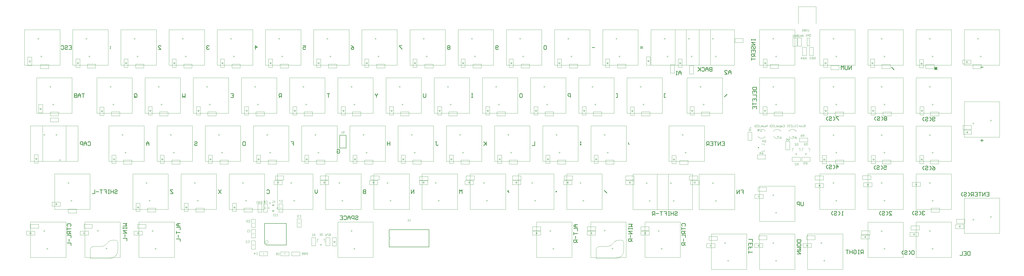
<source format=gbo>
%FSLAX25Y25*%
%MOIN*%
G70*
G01*
G75*
G04 Layer_Color=32896*
%ADD10C,0.01500*%
%ADD11C,0.03937*%
%ADD12C,0.01000*%
%ADD13C,0.01575*%
%ADD14C,0.03150*%
%ADD15C,0.01400*%
%ADD16C,0.01969*%
%ADD17R,0.04724X0.06300*%
%ADD18O,0.04724X0.06300*%
%ADD19C,0.06689*%
%ADD20O,0.09840X0.08800*%
%ADD21O,0.08661X0.09840*%
%ADD22C,0.16929*%
%ADD23C,0.09840*%
%ADD24C,0.12000*%
%ADD25C,0.15700*%
%ADD26O,0.03937X0.09449*%
%ADD27C,0.02756*%
%ADD28C,0.02362*%
%ADD29O,0.05118X0.07087*%
%ADD30R,0.05118X0.07087*%
%ADD31O,0.07087X0.05906*%
%ADD32R,0.07087X0.05906*%
%ADD33C,0.07874*%
%ADD34C,0.07087*%
%ADD35C,0.13780*%
%ADD36O,0.14000X0.13000*%
%ADD37O,0.06300X0.04724*%
%ADD38R,0.06300X0.04724*%
%ADD39C,0.08661*%
G04:AMPARAMS|DCode=40|XSize=47.24mil|YSize=63mil|CornerRadius=0mil|HoleSize=0mil|Usage=FLASHONLY|Rotation=0.000|XOffset=0mil|YOffset=0mil|HoleType=Round|Shape=Octagon|*
%AMOCTAGOND40*
4,1,8,-0.01181,0.03150,0.01181,0.03150,0.02362,0.01969,0.02362,-0.01969,0.01181,-0.03150,-0.01181,-0.03150,-0.02362,-0.01969,-0.02362,0.01969,-0.01181,0.03150,0.0*
%
%ADD40OCTAGOND40*%

%ADD41O,0.08000X0.09840*%
%ADD42O,0.08661X0.09843*%
%ADD43C,0.06693*%
%ADD44O,0.08661X0.09839*%
%ADD45C,0.15669*%
%ADD46O,0.08661X0.09840*%
%ADD47O,0.09840X0.08661*%
%ADD48C,0.15669*%
%ADD49C,0.02441*%
%ADD50C,0.03150*%
%ADD51C,0.03937*%
%ADD52R,0.04331X0.04921*%
%ADD53R,0.00984X0.05118*%
%ADD54R,0.04921X0.04331*%
%ADD55R,0.05906X0.01969*%
%ADD56O,0.05906X0.01969*%
%ADD57O,0.07874X0.01969*%
%ADD58R,0.07874X0.01969*%
%ADD59R,0.01969X0.07874*%
%ADD60R,0.04724X0.03937*%
%ADD61R,0.03543X0.03937*%
%ADD62R,0.02559X0.07874*%
%ADD63O,0.02559X0.07874*%
%ADD64R,0.05118X0.04331*%
%ADD65R,0.03937X0.03937*%
%ADD66R,0.11811X0.09843*%
%ADD67R,0.03937X0.04724*%
%ADD68R,0.03937X0.03543*%
%ADD69R,0.19685X0.15748*%
%ADD70C,0.02362*%
%ADD71C,0.02756*%
%ADD72C,0.00394*%
%ADD73R,0.05524X0.07100*%
%ADD74O,0.05524X0.07100*%
%ADD75C,0.07489*%
%ADD76O,0.10640X0.09600*%
%ADD77O,0.09461X0.10640*%
%ADD78C,0.17729*%
%ADD79C,0.10640*%
%ADD80C,0.12800*%
%ADD81C,0.16500*%
%ADD82O,0.04737X0.10249*%
%ADD83C,0.03556*%
%ADD84C,0.03162*%
%ADD85O,0.05918X0.07887*%
%ADD86R,0.05918X0.07887*%
%ADD87O,0.07887X0.06706*%
%ADD88R,0.07887X0.06706*%
%ADD89C,0.08674*%
%ADD90C,0.07887*%
%ADD91C,0.14579*%
%ADD92O,0.14800X0.13800*%
%ADD93O,0.07100X0.05524*%
%ADD94R,0.07100X0.05524*%
%ADD95C,0.09461*%
G04:AMPARAMS|DCode=96|XSize=55.24mil|YSize=71mil|CornerRadius=0mil|HoleSize=0mil|Usage=FLASHONLY|Rotation=0.000|XOffset=0mil|YOffset=0mil|HoleType=Round|Shape=Octagon|*
%AMOCTAGOND96*
4,1,8,-0.01381,0.03550,0.01381,0.03550,0.02762,0.02169,0.02762,-0.02169,0.01381,-0.03550,-0.01381,-0.03550,-0.02762,-0.02169,-0.02762,0.02169,-0.01381,0.03550,0.0*
%
%ADD96OCTAGOND96*%

%ADD97O,0.08800X0.10640*%
%ADD98O,0.09461X0.10642*%
%ADD99C,0.07493*%
%ADD100O,0.09461X0.10639*%
%ADD101C,0.16469*%
%ADD102O,0.09461X0.10640*%
%ADD103O,0.10640X0.09461*%
%ADD104C,0.16469*%
%ADD105C,0.03950*%
%ADD106C,0.04737*%
%ADD107R,0.05131X0.05721*%
%ADD108R,0.01784X0.05918*%
%ADD109R,0.05721X0.05131*%
%ADD110R,0.06706X0.02769*%
%ADD111O,0.06706X0.02769*%
%ADD112O,0.08674X0.02769*%
%ADD113R,0.08674X0.02769*%
%ADD114R,0.02769X0.08674*%
%ADD115R,0.05524X0.04737*%
%ADD116R,0.04343X0.04737*%
%ADD117R,0.03359X0.08674*%
%ADD118O,0.03359X0.08674*%
%ADD119R,0.05918X0.05131*%
%ADD120R,0.04737X0.04737*%
%ADD121R,0.12611X0.10642*%
%ADD122R,0.04737X0.05524*%
%ADD123R,0.04737X0.04343*%
%ADD124R,0.20485X0.16548*%
%ADD125C,0.00787*%
%ADD126C,0.00197*%
%ADD127C,0.01200*%
%ADD128C,0.00591*%
%ADD129C,0.00472*%
D12*
X-801598Y165845D02*
Y166845D01*
X-809298Y161845D02*
X-806598D01*
X-809298Y170845D02*
X-806598D01*
X-814598Y165845D02*
Y166845D01*
X-255112Y141339D02*
X-249114D01*
X-251114Y139339D01*
X-249114Y137340D01*
X-255112D01*
Y135340D02*
Y133341D01*
Y134341D01*
X-249114D01*
Y135340D01*
Y133341D01*
Y130342D02*
X-255112D01*
X-249114Y126343D01*
X-255112D01*
X-252113Y124344D02*
Y120345D01*
X-249114Y118346D02*
X-255112D01*
Y115347D01*
X-254113Y114347D01*
X-252113D01*
X-251114Y115347D01*
Y118346D01*
Y116347D02*
X-249114Y114347D01*
X-1041726Y142126D02*
X-1035728D01*
X-1037728Y140127D01*
X-1035728Y138127D01*
X-1041726D01*
Y136128D02*
Y134129D01*
Y135128D01*
X-1035728D01*
Y136128D01*
Y134129D01*
Y131130D02*
X-1041726D01*
X-1035728Y127131D01*
X-1041726D01*
X-1038727Y125131D02*
Y121133D01*
X-1041726Y119133D02*
X-1035728D01*
Y115135D01*
X110138Y94980D02*
Y100978D01*
X107139D01*
X106139Y99979D01*
Y97979D01*
X107139Y96980D01*
X110138D01*
X108138D02*
X106139Y94980D01*
X104140Y100978D02*
X102140D01*
X103140D01*
Y94980D01*
X104140D01*
X102140D01*
X95143Y99979D02*
X96142Y100978D01*
X98142D01*
X99141Y99979D01*
Y95980D01*
X98142Y94980D01*
X96142D01*
X95143Y95980D01*
Y97979D01*
X97142D01*
X93143Y100978D02*
Y94980D01*
Y97979D01*
X89145D01*
Y100978D01*
Y94980D01*
X87145Y100978D02*
X83147D01*
X85146D01*
Y94980D01*
X-1096423Y268924D02*
X-1095423Y269923D01*
X-1093424D01*
X-1092424Y268924D01*
Y264925D01*
X-1093424Y263925D01*
X-1095423D01*
X-1096423Y264925D01*
X-1098423Y263925D02*
Y267924D01*
X-1100422Y269923D01*
X-1102421Y267924D01*
Y263925D01*
Y266924D01*
X-1098423D01*
X-1104420Y263925D02*
Y269923D01*
X-1107420D01*
X-1108419Y268924D01*
Y266924D01*
X-1107420Y265925D01*
X-1104420D01*
X-183034Y160018D02*
X-182035Y161018D01*
X-180035D01*
X-179035Y160018D01*
Y159018D01*
X-180035Y158019D01*
X-182035D01*
X-183034Y157019D01*
Y156019D01*
X-182035Y155020D01*
X-180035D01*
X-179035Y156019D01*
X-185034Y161018D02*
Y155020D01*
Y158019D01*
X-189032D01*
Y161018D01*
Y155020D01*
X-191032Y161018D02*
X-193031D01*
X-192031D01*
Y155020D01*
X-191032D01*
X-193031D01*
X-200029Y161018D02*
X-196030D01*
Y158019D01*
X-198029D01*
X-196030D01*
Y155020D01*
X-202028Y161018D02*
X-206027D01*
X-204027D01*
Y155020D01*
X-208026Y158019D02*
X-212025D01*
X-214024Y155020D02*
Y161018D01*
X-217023D01*
X-218023Y160018D01*
Y158019D01*
X-217023Y157019D01*
X-214024D01*
X-216023D02*
X-218023Y155020D01*
X-1054723Y193924D02*
X-1053723Y194923D01*
X-1051724D01*
X-1050724Y193924D01*
Y192924D01*
X-1051724Y191924D01*
X-1053723D01*
X-1054723Y190925D01*
Y189925D01*
X-1053723Y188925D01*
X-1051724D01*
X-1050724Y189925D01*
X-1056723Y194923D02*
Y188925D01*
Y191924D01*
X-1060721D01*
Y194923D01*
Y188925D01*
X-1062720Y194923D02*
X-1064720D01*
X-1063720D01*
Y188925D01*
X-1062720D01*
X-1064720D01*
X-1071718Y194923D02*
X-1067719D01*
Y191924D01*
X-1069718D01*
X-1067719D01*
Y188925D01*
X-1073717Y194923D02*
X-1077716D01*
X-1075716D01*
Y188925D01*
X-1079715Y191924D02*
X-1083714D01*
X-1085713Y194923D02*
Y188925D01*
X-1089712D01*
X-1101824Y344923D02*
X-1105823D01*
X-1103824D01*
Y338925D01*
X-1107823D02*
Y342924D01*
X-1109822Y344923D01*
X-1111821Y342924D01*
Y338925D01*
Y341924D01*
X-1107823D01*
X-1113820Y344923D02*
Y338925D01*
X-1116820D01*
X-1117819Y339925D01*
Y340925D01*
X-1116820Y341924D01*
X-1113820D01*
X-1116820D01*
X-1117819Y342924D01*
Y343924D01*
X-1116820Y344923D01*
X-1113820D01*
X-1126144Y419778D02*
X-1122146D01*
Y413779D01*
X-1126144D01*
X-1122146Y416779D02*
X-1124145D01*
X-1132142Y418778D02*
X-1131143Y419778D01*
X-1129143D01*
X-1128144Y418778D01*
Y417778D01*
X-1129143Y416779D01*
X-1131143D01*
X-1132142Y415779D01*
Y414779D01*
X-1131143Y413779D01*
X-1129143D01*
X-1128144Y414779D01*
X-1138140Y418778D02*
X-1137141Y419778D01*
X-1135141D01*
X-1134142Y418778D01*
Y414779D01*
X-1135141Y413779D01*
X-1137141D01*
X-1138140Y414779D01*
X225394Y386199D02*
X221395Y382201D01*
X225394D02*
X221395Y386199D01*
X225394Y384200D02*
X221395D01*
X223394Y382201D02*
Y386199D01*
X297076Y386124D02*
X293077D01*
X297076Y271724D02*
X293077D01*
X295076Y273724D02*
Y269725D01*
X301907Y191037D02*
X305906D01*
Y185039D01*
X301907D01*
X305906Y188038D02*
X303906D01*
X299907Y185039D02*
Y191037D01*
X295909Y185039D01*
Y191037D01*
X293909D02*
X289911D01*
X291910D01*
Y185039D01*
X283913Y191037D02*
X287911D01*
Y185039D01*
X283913D01*
X287911Y188038D02*
X285912D01*
X281913Y185039D02*
Y191037D01*
X278914D01*
X277915Y190038D01*
Y188038D01*
X278914Y187039D01*
X281913D01*
X279914D02*
X277915Y185039D01*
X273916D02*
X275915Y187039D01*
Y189038D01*
X273916Y191037D01*
X266918Y190038D02*
X267918Y191037D01*
X269917D01*
X270917Y190038D01*
Y189038D01*
X269917Y188038D01*
X267918D01*
X266918Y187039D01*
Y186039D01*
X267918Y185039D01*
X269917D01*
X270917Y186039D01*
X264919Y185039D02*
X262919Y187039D01*
Y189038D01*
X264919Y191037D01*
X276772Y98419D02*
Y92421D01*
X273773D01*
X272773Y93421D01*
Y97420D01*
X273773Y98419D01*
X276772D01*
X266775D02*
X270774D01*
Y92421D01*
X266775D01*
X270774Y95420D02*
X268774D01*
X264775Y98419D02*
Y92421D01*
X260777D01*
X189764Y98994D02*
X188764Y99994D01*
X186765D01*
X185765Y98994D01*
Y94996D01*
X186765Y93996D01*
X188764D01*
X189764Y94996D01*
Y98994D01*
X181766Y93996D02*
X183766Y95995D01*
Y97995D01*
X181766Y99994D01*
X174769Y98994D02*
X175768Y99994D01*
X177768D01*
X178767Y98994D01*
Y97995D01*
X177768Y96995D01*
X175768D01*
X174769Y95995D01*
Y94996D01*
X175768Y93996D01*
X177768D01*
X178767Y94996D01*
X172769Y93996D02*
X170770Y95995D01*
Y97995D01*
X172769Y99994D01*
X7388Y117028D02*
X13386D01*
Y114029D01*
X12386Y113029D01*
X8387D01*
X7388Y114029D01*
Y117028D01*
Y108030D02*
Y110030D01*
X8387Y111030D01*
X12386D01*
X13386Y110030D01*
Y108030D01*
X12386Y107031D01*
X8387D01*
X7388Y108030D01*
Y105031D02*
X13386D01*
X11387Y103032D01*
X13386Y101033D01*
X7388D01*
X13386Y99033D02*
X7388D01*
X13386Y95035D01*
X7388D01*
X-68104Y117520D02*
X-62106D01*
Y113521D01*
X-68104Y107523D02*
Y111522D01*
X-62106D01*
Y107523D01*
X-65105Y111522D02*
Y109522D01*
X-68104Y101525D02*
Y105524D01*
X-65105D01*
Y103524D01*
Y105524D01*
X-62106D01*
X-68104Y99525D02*
Y95527D01*
Y97526D01*
X-62106D01*
X-171435Y138226D02*
X-172435Y139225D01*
Y141225D01*
X-171435Y142224D01*
X-167437D01*
X-166437Y141225D01*
Y139225D01*
X-167437Y138226D01*
X-172435Y136226D02*
Y132228D01*
Y134227D01*
X-166437D01*
Y130228D02*
X-172435D01*
Y127229D01*
X-171435Y126230D01*
X-169436D01*
X-168436Y127229D01*
Y130228D01*
Y128229D02*
X-166437Y126230D01*
X-172435Y124230D02*
X-166437D01*
Y120231D01*
X-169436Y118232D02*
Y114234D01*
X-166437Y112234D02*
X-172435D01*
Y109235D01*
X-171435Y108235D01*
X-169436D01*
X-168436Y109235D01*
Y112234D01*
Y110235D02*
X-166437Y108235D01*
X-334449Y140650D02*
X-338447D01*
X-340447Y138650D01*
X-338447Y136651D01*
X-334449D01*
X-337448D01*
Y140650D01*
X-340447Y134652D02*
X-334449D01*
Y130653D01*
X-340447Y128654D02*
Y124655D01*
Y126654D01*
X-334449D01*
X-337448Y122655D02*
Y118657D01*
X-334449Y116657D02*
X-340447D01*
Y113658D01*
X-339447Y112659D01*
X-337448D01*
X-336448Y113658D01*
Y116657D01*
Y114658D02*
X-334449Y112659D01*
X-680180Y153325D02*
X-679180Y154325D01*
X-677181D01*
X-676181Y153325D01*
Y152325D01*
X-677181Y151326D01*
X-679180D01*
X-680180Y150326D01*
Y149326D01*
X-679180Y148327D01*
X-677181D01*
X-676181Y149326D01*
X-682179Y148327D02*
Y154325D01*
X-685178D01*
X-686178Y153325D01*
Y151326D01*
X-685178Y150326D01*
X-682179D01*
X-688177Y148327D02*
Y152325D01*
X-690177Y154325D01*
X-692176Y152325D01*
Y148327D01*
Y151326D01*
X-688177D01*
X-698174Y153325D02*
X-697174Y154325D01*
X-695175D01*
X-694175Y153325D01*
Y149326D01*
X-695175Y148327D01*
X-697174D01*
X-698174Y149326D01*
X-704172Y154325D02*
X-700173D01*
Y148327D01*
X-704172D01*
X-700173Y151326D02*
X-702173D01*
X-952559Y142126D02*
X-956558D01*
X-958557Y140127D01*
X-956558Y138127D01*
X-952559D01*
X-955558D01*
Y142126D01*
X-958557Y136128D02*
X-952559D01*
Y132129D01*
X-958557Y130130D02*
Y126131D01*
Y128130D01*
X-952559D01*
X-955558Y124132D02*
Y120133D01*
X-958557Y118134D02*
X-952559D01*
Y114135D01*
X-1127735Y137832D02*
X-1128734Y138832D01*
Y140831D01*
X-1127735Y141831D01*
X-1123736D01*
X-1122736Y140831D01*
Y138832D01*
X-1123736Y137832D01*
X-1128734Y135833D02*
Y131834D01*
Y133833D01*
X-1122736D01*
Y129835D02*
X-1128734D01*
Y126836D01*
X-1127735Y125836D01*
X-1125735D01*
X-1124736Y126836D01*
Y129835D01*
Y127835D02*
X-1122736Y125836D01*
X-1128734Y123837D02*
X-1122736D01*
Y119838D01*
X-1125735Y117839D02*
Y113840D01*
X-1128734Y111840D02*
X-1122736D01*
Y107842D01*
X206102Y160609D02*
X205103Y161608D01*
X203103D01*
X202104Y160609D01*
Y159609D01*
X203103Y158609D01*
X204103D01*
X203103D01*
X202104Y157610D01*
Y156610D01*
X203103Y155610D01*
X205103D01*
X206102Y156610D01*
X198105Y155610D02*
X200104Y157610D01*
Y159609D01*
X198105Y161608D01*
X191107Y160609D02*
X192107Y161608D01*
X194106D01*
X195106Y160609D01*
Y159609D01*
X194106Y158609D01*
X192107D01*
X191107Y157610D01*
Y156610D01*
X192107Y155610D01*
X194106D01*
X195106Y156610D01*
X189108Y155610D02*
X187109Y157610D01*
Y159609D01*
X189108Y161608D01*
X150577Y155225D02*
X154576D01*
X150577Y159224D01*
Y160224D01*
X151577Y161223D01*
X153576D01*
X154576Y160224D01*
X146578Y155225D02*
X148577Y157225D01*
Y159224D01*
X146578Y161223D01*
X139580Y160224D02*
X140580Y161223D01*
X142579D01*
X143579Y160224D01*
Y159224D01*
X142579Y158224D01*
X140580D01*
X139580Y157225D01*
Y156225D01*
X140580Y155225D01*
X142579D01*
X143579Y156225D01*
X137581Y155225D02*
X135582Y157225D01*
Y159224D01*
X137581Y161223D01*
X79076Y155225D02*
X77076D01*
X78076D01*
Y161223D01*
X79076Y160224D01*
X72078Y155225D02*
X74077Y157225D01*
Y159224D01*
X72078Y161223D01*
X65080Y160224D02*
X66080Y161223D01*
X68079D01*
X69079Y160224D01*
Y159224D01*
X68079Y158224D01*
X66080D01*
X65080Y157225D01*
Y156225D01*
X66080Y155225D01*
X68079D01*
X69079Y156225D01*
X63081Y155225D02*
X61081Y157225D01*
Y159224D01*
X63081Y161223D01*
X17176Y176023D02*
Y171025D01*
X16176Y170025D01*
X14177D01*
X13177Y171025D01*
Y176023D01*
X11178Y170025D02*
Y176023D01*
X8179D01*
X7179Y175024D01*
Y173024D01*
X8179Y172025D01*
X11178D01*
X-80523Y194623D02*
X-76524D01*
Y191624D01*
X-78524D01*
X-76524D01*
Y188625D01*
X-82522D02*
Y194623D01*
X-86521Y188625D01*
Y194623D01*
X-288824Y189925D02*
X-292823Y193924D01*
X-366924Y191425D02*
Y192425D01*
X-367924D01*
Y191425D01*
X-366924D01*
X-441924Y191426D02*
X-442924Y192425D01*
Y193425D01*
X-441924D01*
Y192425D01*
X-442924D01*
X-441924Y191426D01*
X-440924Y190426D01*
X-513924Y188925D02*
Y194923D01*
X-515924Y192924D01*
X-517923Y194923D01*
Y188925D01*
X-588924D02*
Y194923D01*
X-592923Y188925D01*
Y194923D01*
X-664024D02*
Y188925D01*
X-667023D01*
X-668023Y189925D01*
Y190925D01*
X-667023Y191924D01*
X-664024D01*
X-667023D01*
X-668023Y192924D01*
Y193924D01*
X-667023Y194923D01*
X-664024D01*
X-739024D02*
Y190925D01*
X-741024Y188925D01*
X-743023Y190925D01*
Y194923D01*
X-818023Y193924D02*
X-817023Y194923D01*
X-815024D01*
X-814024Y193924D01*
Y189925D01*
X-815024Y188925D01*
X-817023D01*
X-818023Y189925D01*
X-889024Y194923D02*
X-893023Y188925D01*
Y194923D02*
X-889024Y188925D01*
X-964024Y194923D02*
X-968023D01*
Y193924D01*
X-964024Y189925D01*
Y188925D01*
X-968023D01*
X222047Y303263D02*
X221048Y302264D01*
X219048D01*
X218049Y303263D01*
Y307262D01*
X219048Y308262D01*
X221048D01*
X222047Y307262D01*
Y306262D01*
X221048Y305263D01*
X218049D01*
X214050Y302264D02*
X216049Y304263D01*
Y306262D01*
X214050Y308262D01*
X207052Y307262D02*
X208052Y308262D01*
X210051D01*
X211051Y307262D01*
Y306262D01*
X210051Y305263D01*
X208052D01*
X207052Y304263D01*
Y303263D01*
X208052Y302264D01*
X210051D01*
X211051Y303263D01*
X205053Y302264D02*
X203053Y304263D01*
Y306262D01*
X205053Y308262D01*
X217950Y231884D02*
X219950Y230884D01*
X221949Y228885D01*
Y226886D01*
X220949Y225886D01*
X218950D01*
X217950Y226886D01*
Y227885D01*
X218950Y228885D01*
X221949D01*
X213951Y225886D02*
X215951Y227885D01*
Y229885D01*
X213951Y231884D01*
X206954Y230884D02*
X207953Y231884D01*
X209953D01*
X210952Y230884D01*
Y229885D01*
X209953Y228885D01*
X207953D01*
X206954Y227885D01*
Y226886D01*
X207953Y225886D01*
X209953D01*
X210952Y226886D01*
X204954Y225886D02*
X202955Y227885D01*
Y229885D01*
X204954Y231884D01*
X142458Y232573D02*
X146457D01*
Y229574D01*
X144457Y230574D01*
X143458D01*
X142458Y229574D01*
Y227574D01*
X143458Y226575D01*
X145457D01*
X146457Y227574D01*
X138459Y226575D02*
X140459Y228574D01*
Y230574D01*
X138459Y232573D01*
X131462Y231573D02*
X132461Y232573D01*
X134461D01*
X135460Y231573D01*
Y230574D01*
X134461Y229574D01*
X132461D01*
X131462Y228574D01*
Y227574D01*
X132461Y226575D01*
X134461D01*
X135460Y227574D01*
X129462Y226575D02*
X127463Y228574D01*
Y230574D01*
X129462Y232573D01*
X68851Y227658D02*
Y233656D01*
X71850Y230657D01*
X67852D01*
X63853Y227658D02*
X65852Y229657D01*
Y231656D01*
X63853Y233656D01*
X56855Y232656D02*
X57855Y233656D01*
X59854D01*
X60854Y232656D01*
Y231656D01*
X59854Y230657D01*
X57855D01*
X56855Y229657D01*
Y228657D01*
X57855Y227658D01*
X59854D01*
X60854Y228657D01*
X54856Y227658D02*
X52856Y229657D01*
Y231656D01*
X54856Y233656D01*
X-109623Y269923D02*
X-105624D01*
Y263925D01*
X-109623D01*
X-105624Y266924D02*
X-107624D01*
X-111623Y263925D02*
Y269923D01*
X-115621Y263925D01*
Y269923D01*
X-117621D02*
X-121619D01*
X-119620D01*
Y263925D01*
X-127617Y269923D02*
X-123619D01*
Y263925D01*
X-127617D01*
X-123619Y266924D02*
X-125618D01*
X-129617Y263925D02*
Y269923D01*
X-132616D01*
X-133615Y268924D01*
Y266924D01*
X-132616Y265925D01*
X-129617D01*
X-131616D02*
X-133615Y263925D01*
X-255024Y268423D02*
Y266424D01*
X-254024Y265424D01*
X-329124Y268424D02*
Y269424D01*
X-330124D01*
Y268424D01*
X-329124D01*
Y266425D02*
X-330124D01*
Y265425D01*
X-329124Y264425D01*
X-330124Y265425D02*
X-329124D01*
Y266425D01*
X-401124Y269923D02*
Y263925D01*
X-405123D01*
X-476224Y269923D02*
Y263925D01*
Y265925D01*
X-480223Y269923D01*
X-477224Y266924D01*
X-480223Y263925D01*
X-555223Y269923D02*
X-553224D01*
X-554223D01*
Y264925D01*
X-553224Y263925D01*
X-552224D01*
X-551224Y264925D01*
X-626224Y269923D02*
Y263925D01*
Y266924D01*
X-630223D01*
Y269923D01*
Y263925D01*
X-708821Y256967D02*
X-707822Y257967D01*
X-705823D01*
X-704823Y256967D01*
Y252968D01*
X-705823Y251969D01*
X-707822D01*
X-708821Y252968D01*
Y254967D01*
X-706822D01*
X-780323Y269923D02*
X-776324D01*
Y266924D01*
X-778324D01*
X-776324D01*
Y263925D01*
X-851424Y269923D02*
Y263925D01*
X-854423D01*
X-855423Y264925D01*
Y268924D01*
X-854423Y269923D01*
X-851424D01*
X-930423Y268924D02*
X-929423Y269923D01*
X-927424D01*
X-926424Y268924D01*
Y267924D01*
X-927424Y266924D01*
X-929423D01*
X-930423Y265925D01*
Y264925D01*
X-929423Y263925D01*
X-927424D01*
X-926424Y264925D01*
X-1001424Y263925D02*
Y267924D01*
X-1003424Y269923D01*
X-1005423Y267924D01*
Y263925D01*
Y266924D01*
X-1001424D01*
X146949Y308050D02*
X145949Y309049D01*
X143950D01*
X142950Y308050D01*
Y307050D01*
X143950Y306050D01*
X142950Y305050D01*
Y304051D01*
X143950Y303051D01*
X145949D01*
X146949Y304051D01*
Y305050D01*
X145949Y306050D01*
X146949Y307050D01*
Y308050D01*
X145949Y306050D02*
X143950D01*
X138951Y303051D02*
X140951Y305050D01*
Y307050D01*
X138951Y309049D01*
X131954Y308050D02*
X132953Y309049D01*
X134953D01*
X135952Y308050D01*
Y307050D01*
X134953Y306050D01*
X132953D01*
X131954Y305050D01*
Y304051D01*
X132953Y303051D01*
X134953D01*
X135952Y304051D01*
X129954Y303051D02*
X127955Y305050D01*
Y307050D01*
X129954Y309049D01*
X71850Y308754D02*
X67852D01*
Y307754D01*
X71850Y303756D01*
Y302756D01*
X63853D02*
X65852Y304755D01*
Y306755D01*
X63853Y308754D01*
X56855Y307754D02*
X57855Y308754D01*
X59854D01*
X60854Y307754D01*
Y306755D01*
X59854Y305755D01*
X57855D01*
X56855Y304755D01*
Y303756D01*
X57855Y302756D01*
X59854D01*
X60854Y303756D01*
X54856Y302756D02*
X52856Y304755D01*
Y306755D01*
X54856Y308754D01*
X-61805Y355020D02*
X-55807D01*
Y352021D01*
X-56807Y351021D01*
X-60805D01*
X-61805Y352021D01*
Y355020D01*
Y345023D02*
Y349022D01*
X-55807D01*
Y345023D01*
X-58806Y349022D02*
Y347022D01*
X-61805Y343024D02*
X-55807D01*
Y339025D01*
X-61805Y333027D02*
Y337025D01*
X-55807D01*
Y333027D01*
X-58806Y337025D02*
Y335026D01*
X-61805Y331027D02*
Y327029D01*
Y329028D01*
X-55807D01*
X-61805Y321031D02*
Y325029D01*
X-55807D01*
Y321031D01*
X-58806Y325029D02*
Y323030D01*
X-105623Y339925D02*
X-101624Y343924D01*
X-197224Y338925D02*
X-199224D01*
Y344923D01*
X-197224D01*
X-274224Y338925D02*
X-272224D01*
Y344923D01*
X-274224D01*
X-345224Y338925D02*
Y344923D01*
X-348223D01*
X-349223Y343924D01*
Y341924D01*
X-348223Y340925D01*
X-345224D01*
X-423223Y344923D02*
X-421224D01*
X-420224Y343924D01*
Y339925D01*
X-421224Y338925D01*
X-423223D01*
X-424223Y339925D01*
Y343924D01*
X-423223Y344923D01*
X-497224D02*
X-499224D01*
X-498224D01*
Y338925D01*
X-497224D01*
X-499224D01*
X-570224Y344923D02*
Y339925D01*
X-571224Y338925D01*
X-573223D01*
X-574223Y339925D01*
Y344923D01*
X-645224D02*
Y343924D01*
X-647224Y341924D01*
X-649223Y343924D01*
Y344923D01*
X-647224Y341924D02*
Y338925D01*
X-720124Y344923D02*
X-724123D01*
X-722124D01*
Y338925D01*
X-795124D02*
Y344923D01*
X-798123D01*
X-799123Y343924D01*
Y341924D01*
X-798123Y340925D01*
X-795124D01*
X-797124D02*
X-799123Y338925D01*
X-874123Y344923D02*
X-870124D01*
Y338925D01*
X-874123D01*
X-870124Y341924D02*
X-872124D01*
X-945124Y344923D02*
Y338925D01*
X-947124Y340925D01*
X-949123Y338925D01*
Y344923D01*
X-1024123Y339925D02*
Y343924D01*
X-1023123Y344923D01*
X-1021124D01*
X-1020124Y343924D01*
Y339925D01*
X-1021124Y338925D01*
X-1023123D01*
X-1022124Y340925D02*
X-1024123Y338925D01*
X-1023123D02*
X-1024123Y339925D01*
X158465Y382087D02*
X154466Y386085D01*
X92126Y382283D02*
Y388281D01*
X88127Y382283D01*
Y388281D01*
X86128D02*
Y383283D01*
X85128Y382283D01*
X83129D01*
X82129Y383283D01*
Y388281D01*
X80130Y382283D02*
Y388281D01*
X78131Y386282D01*
X76131Y388281D01*
Y382283D01*
X-63675Y429724D02*
Y427725D01*
Y428725D01*
X-57677D01*
Y429724D01*
Y427725D01*
Y424726D02*
X-63675D01*
X-57677Y420727D01*
X-63675D01*
X-62675Y414729D02*
X-63675Y415729D01*
Y417728D01*
X-62675Y418728D01*
X-61676D01*
X-60676Y417728D01*
Y415729D01*
X-59676Y414729D01*
X-58677D01*
X-57677Y415729D01*
Y417728D01*
X-58677Y418728D01*
X-63675Y408731D02*
Y412730D01*
X-57677D01*
Y408731D01*
X-60676Y412730D02*
Y410731D01*
X-57677Y406732D02*
X-63675D01*
Y403733D01*
X-62675Y402733D01*
X-60676D01*
X-59676Y403733D01*
Y406732D01*
Y404733D02*
X-57677Y402733D01*
X-63675Y400734D02*
Y396735D01*
Y398734D01*
X-57677D01*
X-125100Y385898D02*
Y379900D01*
X-128099D01*
X-129099Y380900D01*
Y381899D01*
X-128099Y382899D01*
X-125100D01*
X-128099D01*
X-129099Y383899D01*
Y384898D01*
X-128099Y385898D01*
X-125100D01*
X-131098Y379900D02*
Y383899D01*
X-133097Y385898D01*
X-135097Y383899D01*
Y379900D01*
Y382899D01*
X-131098D01*
X-141095Y384898D02*
X-140095Y385898D01*
X-138096D01*
X-137096Y384898D01*
Y380900D01*
X-138096Y379900D01*
X-140095D01*
X-141095Y380900D01*
X-143094Y385898D02*
Y379900D01*
Y381899D01*
X-147093Y385898D01*
X-144094Y382899D01*
X-147093Y379900D01*
X-232724Y415925D02*
X-236723D01*
X-232724Y417924D02*
X-236723D01*
X-307724Y416924D02*
X-311723D01*
X-382724Y418924D02*
X-383724Y419923D01*
X-385723D01*
X-386723Y418924D01*
Y414925D01*
X-385723Y413925D01*
X-383724D01*
X-382724Y414925D01*
Y418924D01*
X-457724Y414925D02*
X-458724Y413925D01*
X-460723D01*
X-461723Y414925D01*
Y418924D01*
X-460723Y419923D01*
X-458724D01*
X-457724Y418924D01*
Y417924D01*
X-458724Y416924D01*
X-461723D01*
X-532724Y418924D02*
X-533724Y419923D01*
X-535723D01*
X-536723Y418924D01*
Y417924D01*
X-535723Y416924D01*
X-536723Y415925D01*
Y414925D01*
X-535723Y413925D01*
X-533724D01*
X-532724Y414925D01*
Y415925D01*
X-533724Y416924D01*
X-532724Y417924D01*
Y418924D01*
X-533724Y416924D02*
X-535723D01*
X-607724Y419923D02*
X-611723D01*
Y418924D01*
X-607724Y414925D01*
Y413925D01*
X-686623Y419923D02*
X-684624Y418924D01*
X-682624Y416924D01*
Y414925D01*
X-683624Y413925D01*
X-685623D01*
X-686623Y414925D01*
Y415925D01*
X-685623Y416924D01*
X-682624D01*
X-761623Y419923D02*
X-757624D01*
Y416924D01*
X-759624Y417924D01*
X-760623D01*
X-761623Y416924D01*
Y414925D01*
X-760623Y413925D01*
X-758624D01*
X-757624Y414925D01*
X-835623Y413925D02*
Y419923D01*
X-832624Y416924D01*
X-836623D01*
X-907624Y418924D02*
X-908624Y419923D01*
X-910623D01*
X-911623Y418924D01*
Y417924D01*
X-910623Y416924D01*
X-909624D01*
X-910623D01*
X-911623Y415925D01*
Y414925D01*
X-910623Y413925D01*
X-908624D01*
X-907624Y414925D01*
X-986623Y413925D02*
X-982624D01*
X-986623Y417924D01*
Y418924D01*
X-985623Y419923D01*
X-983624D01*
X-982624Y418924D01*
X-173015Y374300D02*
Y378299D01*
X-175014Y380298D01*
X-177014Y378299D01*
Y374300D01*
Y377299D01*
X-173015D01*
X-179013Y374300D02*
X-181012D01*
X-180013D01*
Y380298D01*
X-179013Y379298D01*
X-95231Y375100D02*
Y379099D01*
X-97231Y381098D01*
X-99230Y379099D01*
Y375100D01*
Y378099D01*
X-95231D01*
X-105228Y375100D02*
X-101230D01*
X-105228Y379099D01*
Y380098D01*
X-104228Y381098D01*
X-102229D01*
X-101230Y380098D01*
D72*
X26083Y419095D02*
G03*
X24213Y419095I-935J0D01*
G01*
X-815322Y113189D02*
G03*
X-815322Y113189I-2395J0D01*
G01*
X-4745Y276847D02*
G03*
X6195Y278355I4852J5240D01*
G01*
X6282Y285672D02*
G03*
X-4828Y287248I-6175J-3586D01*
G01*
X-265740Y91543D02*
G03*
X-262205Y100079I-8535J8535D01*
G01*
X-274685Y87598D02*
G03*
X-266149Y91134I0J12071D01*
G01*
X-303937Y104331D02*
G03*
X-305315Y101004I3327J-3327D01*
G01*
X-298709Y106496D02*
G03*
X-303937Y104331I0J-7393D01*
G01*
X-286921Y106496D02*
G03*
X-281693Y108661I0J7393D01*
G01*
X-270276Y116142D02*
G03*
X-276996Y113358I0J-9505D01*
G01*
X-262992Y114961D02*
G03*
X-265844Y116142I-2851J-2851D01*
G01*
X-262205Y113060D02*
G03*
X-262992Y114961I-2688J0D01*
G01*
X-1053142Y91543D02*
G03*
X-1049606Y100079I-8535J8535D01*
G01*
X-1062087Y87598D02*
G03*
X-1053551Y91134I0J12071D01*
G01*
X-1091339Y104331D02*
G03*
X-1092717Y101004I3327J-3327D01*
G01*
X-1086111Y106496D02*
G03*
X-1091339Y104331I0J-7393D01*
G01*
X-1074322Y106496D02*
G03*
X-1069094Y108661I0J7393D01*
G01*
X-1057677Y116142D02*
G03*
X-1064398Y113358I0J-9505D01*
G01*
X-1050394Y114961D02*
G03*
X-1053245Y116142I-2851J-2851D01*
G01*
X-1049606Y113060D02*
G03*
X-1050394Y114961I-2688J0D01*
G01*
X-28465Y276847D02*
G03*
X-17525Y278355I4852J5240D01*
G01*
X-17438Y285672D02*
G03*
X-28548Y287248I-6175J-3586D01*
G01*
X-42640Y287326D02*
G03*
X-53580Y285818I-4852J-5240D01*
G01*
X-53667Y278501D02*
G03*
X-42557Y276925I6175J3586D01*
G01*
X-182480Y444488D02*
X-127362D01*
Y389370D02*
Y444488D01*
X-182480Y389370D02*
X-127362D01*
X-182480D02*
Y444488D01*
X-89517Y430771D02*
X-76604D01*
X-89517Y424629D02*
Y430771D01*
X-76604Y424629D02*
Y430771D01*
X-89517Y424629D02*
X-76604D01*
X37046Y454147D02*
Y480387D01*
X9290D02*
X37046D01*
X9290Y454147D02*
Y480387D01*
X-812992Y172835D02*
X-811614Y174213D01*
X-814567Y174409D02*
X-812992Y172835D01*
X-814567Y174409D02*
X-811614D01*
X-1114948Y385906D02*
Y398819D01*
Y385906D02*
X-1108806D01*
X-1114948Y398819D02*
X-1108806D01*
Y385906D02*
Y398819D01*
X-1033871Y385906D02*
Y398819D01*
X-1040013D02*
X-1033871D01*
X-1040013Y385906D02*
X-1033871D01*
X-1040013D02*
Y398819D01*
X-965079Y385906D02*
Y398819D01*
Y385906D02*
X-958937D01*
X-965079Y398819D02*
X-958937D01*
Y385906D02*
Y398819D01*
X-884003Y385906D02*
Y398819D01*
X-890144D02*
X-884003D01*
X-890144Y385906D02*
X-884003D01*
X-890144D02*
Y398819D01*
X-815210Y385906D02*
Y398819D01*
Y385906D02*
X-809068D01*
X-815210Y398819D02*
X-809068D01*
Y385906D02*
Y398819D01*
X-734134Y385906D02*
Y398819D01*
X-740276D02*
X-734134D01*
X-740276Y385906D02*
X-734134D01*
X-740276D02*
Y398819D01*
X-665341Y385906D02*
Y398819D01*
Y385906D02*
X-659199D01*
X-665341Y398819D02*
X-659199D01*
Y385906D02*
Y398819D01*
X-584265Y385906D02*
Y398819D01*
X-590407D02*
X-584265D01*
X-590407Y385906D02*
X-584265D01*
X-590407D02*
Y398819D01*
X-515473Y385906D02*
Y398819D01*
Y385906D02*
X-509331D01*
X-515473Y398819D02*
X-509331D01*
Y385906D02*
Y398819D01*
X-434396Y385906D02*
Y398819D01*
X-440538D02*
X-434396D01*
X-440538Y385906D02*
X-434396D01*
X-440538D02*
Y398819D01*
X-365604Y385906D02*
Y398819D01*
Y385906D02*
X-359462D01*
X-365604Y398819D02*
X-359462D01*
Y385906D02*
Y398819D01*
X-284528Y385906D02*
Y398819D01*
X-290669D02*
X-284528D01*
X-290669Y385906D02*
X-284528D01*
X-290669D02*
Y398819D01*
X-177677Y385906D02*
Y398819D01*
Y385906D02*
X-171535D01*
X-177677Y398819D02*
X-171535D01*
Y385906D02*
Y398819D01*
X-39252Y385906D02*
Y398819D01*
X-45394D02*
X-39252D01*
X-45394Y385906D02*
X-39252D01*
X-45394D02*
Y398819D01*
X48701Y385906D02*
Y398819D01*
Y385906D02*
X54843D01*
X48701Y398819D02*
X54843D01*
Y385906D02*
Y398819D01*
X127874Y385906D02*
Y398819D01*
X121732D02*
X127874D01*
X121732Y385906D02*
X127874D01*
X121732D02*
Y398819D01*
X-1077530Y310906D02*
Y323819D01*
Y310906D02*
X-1071388D01*
X-1077530Y323819D02*
X-1071388D01*
Y310906D02*
Y323819D01*
X-996315Y311655D02*
Y324569D01*
X-1002457D02*
X-996315D01*
X-1002457Y311655D02*
X-996315D01*
X-1002457D02*
Y324569D01*
X-927508Y311655D02*
Y324569D01*
Y311655D02*
X-921366D01*
X-927508Y324569D02*
X-921366D01*
Y311655D02*
Y324569D01*
X-846417Y311655D02*
Y324569D01*
X-852559D02*
X-846417D01*
X-852559Y311655D02*
X-846417D01*
X-852559D02*
Y324569D01*
X-777413Y311655D02*
Y324569D01*
Y311655D02*
X-771272D01*
X-777413Y324569D02*
X-771272D01*
Y311655D02*
Y324569D01*
X-695732Y311655D02*
Y324569D01*
X-701874D02*
X-695732D01*
X-701874Y311655D02*
X-695732D01*
X-701874D02*
Y324569D01*
X-626925Y311655D02*
Y324569D01*
Y311655D02*
X-620783D01*
X-626925Y324569D02*
X-620783D01*
Y311655D02*
Y324569D01*
X-545834Y311655D02*
Y324569D01*
X-551976D02*
X-545834D01*
X-551976Y311655D02*
X-545834D01*
X-551976D02*
Y324569D01*
X-477027Y311655D02*
Y324569D01*
Y311655D02*
X-470886D01*
X-477027Y324569D02*
X-470886D01*
Y311655D02*
Y324569D01*
X-395937Y311655D02*
Y324569D01*
X-402078D02*
X-395937D01*
X-402078Y311655D02*
X-395937D01*
X-402078D02*
Y324569D01*
X-327130Y311655D02*
Y324569D01*
Y311655D02*
X-320988D01*
X-327130Y324569D02*
X-320988D01*
Y311655D02*
Y324569D01*
X-246039Y311261D02*
Y324175D01*
X-252181D02*
X-246039D01*
X-252181Y311261D02*
X-246039D01*
X-252181D02*
Y324175D01*
X-158968Y311655D02*
Y324569D01*
Y311655D02*
X-152827D01*
X-158968Y324569D02*
X-152827D01*
Y311655D02*
Y324569D01*
X-39477Y311655D02*
Y324569D01*
X-45618D02*
X-39477D01*
X-45618Y311655D02*
X-39477D01*
X-45618D02*
Y324569D01*
X48898Y311655D02*
Y324569D01*
Y311655D02*
X55039D01*
X48898Y324569D02*
X55039D01*
Y311655D02*
Y324569D01*
X128858Y311655D02*
Y324569D01*
X122716D02*
X128858D01*
X122716Y311655D02*
X128858D01*
X122716D02*
Y324569D01*
X-983862Y236102D02*
Y249016D01*
Y236102D02*
X-977721D01*
X-983862Y249016D02*
X-977721D01*
Y236102D02*
Y249016D01*
X-902681Y236102D02*
Y249016D01*
X-908823D02*
X-902681D01*
X-908823Y236102D02*
X-902681D01*
X-908823D02*
Y249016D01*
X-833784Y236102D02*
Y249016D01*
Y236102D02*
X-827642D01*
X-833784Y249016D02*
X-827642D01*
Y236102D02*
Y249016D01*
X-752602Y236102D02*
Y249016D01*
X-758744D02*
X-752602D01*
X-758744Y236102D02*
X-752602D01*
X-758744D02*
Y249016D01*
X-683705Y236102D02*
Y249016D01*
Y236102D02*
X-677563D01*
X-683705Y249016D02*
X-677563D01*
Y236102D02*
Y249016D01*
X-602524Y236102D02*
Y249016D01*
X-608666D02*
X-602524D01*
X-608666Y236102D02*
X-602524D01*
X-608666D02*
Y249016D01*
X-533626Y236102D02*
Y249016D01*
Y236102D02*
X-527484D01*
X-533626Y249016D02*
X-527484D01*
Y236102D02*
Y249016D01*
X-452445Y236102D02*
Y249016D01*
X-458587D02*
X-452445D01*
X-458587Y236102D02*
X-452445D01*
X-458587D02*
Y249016D01*
X-383547Y236102D02*
Y249016D01*
Y236102D02*
X-377406D01*
X-383547Y249016D02*
X-377406D01*
Y236102D02*
Y249016D01*
X-302366Y236102D02*
Y249016D01*
X-308508D02*
X-302366D01*
X-308508Y236102D02*
X-302366D01*
X-308508D02*
Y249016D01*
X-187323Y235709D02*
Y248622D01*
Y235709D02*
X-181181D01*
X-187323Y248622D02*
X-181181D01*
Y235709D02*
Y248622D01*
X52874Y235709D02*
Y248622D01*
X46732D02*
X52874D01*
X46732Y235709D02*
X52874D01*
X46732D02*
Y248622D01*
X123110Y235709D02*
Y248622D01*
Y235709D02*
X129252D01*
X123110Y248622D02*
X129252D01*
Y235709D02*
Y248622D01*
X204449Y235709D02*
Y248622D01*
X198307D02*
X204449D01*
X198307Y235709D02*
X204449D01*
X198307D02*
Y248622D01*
X198504Y311655D02*
Y324569D01*
Y311655D02*
X204646D01*
X198504Y324569D02*
X204646D01*
Y311655D02*
Y324569D01*
X-1015260Y161102D02*
Y174016D01*
X-1021402D02*
X-1015260D01*
X-1021402Y161102D02*
X-1015260D01*
X-1021402D02*
Y174016D01*
X-946382Y161102D02*
Y174016D01*
Y161102D02*
X-940240D01*
X-946382Y174016D02*
X-940240D01*
Y161102D02*
Y174016D01*
X-865220Y161102D02*
Y174016D01*
X-871361D02*
X-865220D01*
X-871361Y161102D02*
X-865220D01*
X-871361D02*
Y174016D01*
X-806811Y209173D02*
X-793898D01*
X-806811Y203031D02*
Y209173D01*
X-793898Y203031D02*
Y209173D01*
X-806811Y203031D02*
X-793898D01*
X-734764D02*
X-721850D01*
Y209173D01*
X-734764Y203031D02*
Y209173D01*
X-721850D01*
X-658189D02*
X-645276D01*
X-658189Y203031D02*
Y209173D01*
X-645276Y203031D02*
Y209173D01*
X-658189Y203031D02*
X-645276D01*
X-580236D02*
X-567323D01*
Y209173D01*
X-580236Y203031D02*
Y209173D01*
X-567323D01*
X-509370D02*
X-496457D01*
X-509370Y203031D02*
Y209173D01*
X-496457Y203031D02*
Y209173D01*
X-509370Y203031D02*
X-496457D01*
X-435770D02*
X-422857D01*
Y209173D01*
X-435770Y203031D02*
Y209173D01*
X-422857D01*
X-356024D02*
X-343110D01*
X-356024Y203031D02*
Y209173D01*
X-343110Y203031D02*
Y209173D01*
X-356024Y203031D02*
X-343110D01*
X-259370D02*
X-246457D01*
Y209173D01*
X-259370Y203031D02*
Y209173D01*
X-246457D01*
X-158386D02*
X-145472D01*
X-158386Y203031D02*
Y209173D01*
X-145472Y203031D02*
Y209173D01*
X-158386Y203031D02*
X-145472D01*
X-58386Y181378D02*
X-45472D01*
Y187520D01*
X-58386Y181378D02*
Y187520D01*
X-45472D01*
X35709Y204646D02*
X48622D01*
X35709Y198504D02*
Y204646D01*
X48622Y198504D02*
Y204646D01*
X35709Y198504D02*
X48622D01*
X111102Y199685D02*
X124016D01*
Y205827D01*
X111102Y199685D02*
Y205827D01*
X124016D01*
X186496Y206417D02*
X199409D01*
X186496Y200276D02*
Y206417D01*
X199409Y200276D02*
Y206417D01*
X186496Y200276D02*
X199409D01*
X-1192047Y124094D02*
X-1179134D01*
Y130236D01*
X-1192047Y124094D02*
Y130236D01*
X-1179134D01*
X-1108386D02*
X-1095472D01*
X-1108386Y124094D02*
Y130236D01*
X-1095472Y124094D02*
Y130236D01*
X-1108386Y124094D02*
X-1095472D01*
X-1024724D02*
X-1011811D01*
Y130236D01*
X-1024724Y124094D02*
Y130236D01*
X-1011811D01*
X-715866Y107163D02*
Y120076D01*
Y107163D02*
X-709724D01*
X-715866Y120076D02*
X-709724D01*
Y107163D02*
Y120076D01*
X-404449Y124094D02*
X-391535D01*
Y130236D01*
X-404449Y124094D02*
Y130236D01*
X-391535D01*
X-319213D02*
X-306299D01*
X-319213Y124094D02*
Y130236D01*
X-306299Y124094D02*
Y130236D01*
X-319213Y124094D02*
X-306299D01*
X-235551D02*
X-222638D01*
Y130236D01*
X-235551Y124094D02*
Y130236D01*
X-222638D01*
X-133386Y110748D02*
X-120472D01*
X-133386Y104606D02*
Y110748D01*
X-120472Y104606D02*
Y110748D01*
X-133386Y104606D02*
X-120472D01*
X-58780Y104803D02*
X-45866D01*
Y110945D01*
X-58780Y104803D02*
Y110945D01*
X-45866D01*
X16614D02*
X29528D01*
X16614Y104803D02*
Y110945D01*
X29528Y104803D02*
Y110945D01*
X16614Y104803D02*
X29528D01*
X106968Y118189D02*
X119882D01*
Y124331D01*
X106968Y118189D02*
Y124331D01*
X119882D01*
X182953Y128465D02*
X195866D01*
X182953Y122323D02*
Y128465D01*
X195866Y122323D02*
Y128465D01*
X182953Y122323D02*
X195866D01*
X254016Y134331D02*
X266929D01*
Y140472D01*
X254016Y134331D02*
Y140472D01*
X266929D01*
X265827Y287717D02*
X278740D01*
X265827Y281575D02*
Y287717D01*
X278740Y281575D02*
Y287717D01*
X265827Y281575D02*
X278740D01*
X265039Y391220D02*
X277953D01*
Y397362D01*
X265039Y391220D02*
Y397362D01*
X277953D01*
X197913Y385315D02*
Y398228D01*
Y385315D02*
X204055D01*
X197913Y398228D02*
X204055D01*
Y385315D02*
Y398228D01*
X-1183740Y388858D02*
Y401772D01*
X-1189882D02*
X-1183740D01*
X-1189882Y388858D02*
X-1183740D01*
X-1189882D02*
Y401772D01*
X-1172953Y314843D02*
Y327756D01*
Y314843D02*
X-1166811D01*
X-1172953Y327756D02*
X-1166811D01*
Y314843D02*
Y327756D01*
X-1173701Y236693D02*
Y249606D01*
X-1179842D02*
X-1173701D01*
X-1179842Y236693D02*
X-1173701D01*
X-1179842D02*
Y249606D01*
X-1151890Y175512D02*
X-1138976D01*
X-1151890Y169370D02*
Y175512D01*
X-1138976Y169370D02*
Y175512D01*
X-1151890Y169370D02*
X-1138976D01*
X-1052760Y236102D02*
Y249016D01*
X-1058902D02*
X-1052760D01*
X-1058902Y236102D02*
X-1052760D01*
X-1058902D02*
Y249016D01*
X-790551Y94095D02*
X-788976D01*
X-790551Y95866D02*
X-788976D01*
X-796260Y97953D02*
X-783347D01*
X-796260Y91811D02*
Y97953D01*
X-783347Y91811D02*
Y97953D01*
X-796260Y91811D02*
X-783347D01*
X-839567Y141732D02*
Y143307D01*
X-837795Y141732D02*
Y143307D01*
X-835709Y136102D02*
Y149016D01*
X-841850D02*
X-835709D01*
X-841850Y136102D02*
X-835709D01*
X-841850D02*
Y149016D01*
X22933Y419095D02*
Y431693D01*
X26870D01*
Y419095D02*
Y431693D01*
X26083Y419095D02*
X26870D01*
X22933D02*
X24114D01*
X-48301Y266324D02*
X-43801D01*
X-48301Y254824D02*
X-43801D01*
Y264324D02*
Y266324D01*
Y254824D02*
Y256824D01*
X-4814Y276969D02*
Y278150D01*
Y286024D02*
Y287234D01*
X6997Y275197D02*
Y276378D01*
X6012Y275197D02*
X6997D01*
X5619Y276575D02*
X6997Y275197D01*
X4241Y276181D02*
X5225Y275197D01*
X4241D02*
X5225D01*
Y276378D01*
X-1040866Y241063D02*
X-1027953D01*
X-1040866Y234921D02*
Y241063D01*
X-1027953Y234921D02*
Y241063D01*
X-1040866Y234921D02*
X-1027953D01*
X23622Y125787D02*
X78740D01*
Y70669D02*
Y125787D01*
X23622Y70669D02*
X78740D01*
X23622D02*
Y125787D01*
X-313780Y89370D02*
X-258661D01*
X-313780D02*
Y144488D01*
X-258661D01*
Y89370D02*
Y144488D01*
X-262205Y100079D02*
Y111417D01*
X-266149Y91134D02*
X-265740Y91543D01*
X-305315Y87598D02*
X-274685D01*
X-305315D02*
Y100315D01*
Y101004D01*
X-298709Y106496D02*
X-286921D01*
X-281693Y108661D02*
X-276996Y113358D01*
X-270276Y116142D02*
X-265844D01*
X-262205Y111417D02*
Y113060D01*
X-229331Y144488D02*
X-174213D01*
Y89370D02*
Y144488D01*
X-229331Y89370D02*
X-174213D01*
X-229331D02*
Y144488D01*
X-398031D02*
X-342913D01*
Y89370D02*
Y144488D01*
X-398031Y89370D02*
X-342913D01*
X-398031D02*
Y144488D01*
X-1016929D02*
X-961811D01*
Y89370D02*
Y144488D01*
X-1016929Y89370D02*
X-961811D01*
X-1016929D02*
Y144488D01*
X-1101181Y89370D02*
X-1046063D01*
X-1101181D02*
Y144488D01*
X-1046063D01*
Y89370D02*
Y144488D01*
X-1049606Y100079D02*
Y111417D01*
X-1053551Y91134D02*
X-1053142Y91543D01*
X-1092717Y87598D02*
X-1062087D01*
X-1092717D02*
Y100315D01*
Y101004D01*
X-1086111Y106496D02*
X-1074322D01*
X-1069094Y108661D02*
X-1064398Y113358D01*
X-1057677Y116142D02*
X-1053245D01*
X-1049606Y111417D02*
Y113060D01*
X-1185630Y144488D02*
X-1130512D01*
Y89370D02*
Y144488D01*
X-1185630Y89370D02*
X-1130512D01*
X-1185630D02*
Y144488D01*
X192520Y294291D02*
X247638D01*
Y239173D02*
Y294291D01*
X192520Y239173D02*
X247638D01*
X192520D02*
Y294291D01*
X-1194882Y444488D02*
X-1139764D01*
Y389370D02*
Y444488D01*
X-1194882Y389370D02*
X-1139764D01*
X-1194882D02*
Y444488D01*
X117520Y144291D02*
X172638D01*
Y89173D02*
Y144291D01*
X117520Y89173D02*
X172638D01*
X117520D02*
Y144291D01*
X192520Y164370D02*
Y219488D01*
Y164370D02*
X247638D01*
Y219488D01*
X192520D02*
X247638D01*
X42520Y444488D02*
X97638D01*
Y389370D02*
Y444488D01*
X42520Y389370D02*
X97638D01*
X42520D02*
Y444488D01*
X117520Y389370D02*
Y444488D01*
Y389370D02*
X172638D01*
Y444488D01*
X117520D02*
X172638D01*
X192520Y389370D02*
Y444488D01*
Y389370D02*
X247638D01*
Y444488D01*
X192520D02*
X247638D01*
X192520Y314370D02*
Y369488D01*
Y314370D02*
X247638D01*
Y369488D01*
X192520D02*
X247638D01*
X117520Y314370D02*
Y369488D01*
Y314370D02*
X172638D01*
Y369488D01*
X117520D02*
X172638D01*
X42520D02*
X97638D01*
Y314370D02*
Y369488D01*
X42520Y314370D02*
X97638D01*
X42520D02*
Y369488D01*
Y294291D02*
X97638D01*
Y239173D02*
Y294291D01*
X42520Y239173D02*
X97638D01*
X42520D02*
Y294291D01*
X117520Y239173D02*
Y294291D01*
Y239173D02*
X172638D01*
Y294291D01*
X117520D02*
X172638D01*
X42520Y164370D02*
Y219488D01*
Y164370D02*
X97638D01*
Y219488D01*
X42520D02*
X97638D01*
X117520D02*
X172638D01*
Y164370D02*
Y219488D01*
X117520Y164370D02*
X172638D01*
X117520D02*
Y219488D01*
X267520Y276969D02*
X322638D01*
Y332087D01*
X267520D02*
X322638D01*
X267520Y276969D02*
Y332087D01*
X267520Y444488D02*
X322638D01*
Y389370D02*
Y444488D01*
X267520Y389370D02*
X322638D01*
X267520D02*
Y444488D01*
X59842Y382362D02*
X72756D01*
Y388504D01*
X59842Y382362D02*
Y388504D01*
X72756D01*
X139449Y390079D02*
X152362D01*
X139449Y383937D02*
Y390079D01*
X152362Y383937D02*
Y390079D01*
X139449Y383937D02*
X152362D01*
X66614Y316260D02*
X79528D01*
X66614Y310118D02*
Y316260D01*
X79528Y310118D02*
Y316260D01*
X66614Y310118D02*
X79528D01*
X141024Y316260D02*
X153937D01*
X141024Y310118D02*
Y316260D01*
X153937Y310118D02*
Y316260D01*
X141024Y310118D02*
X153937D01*
X67008Y241260D02*
X79921D01*
X67008Y235118D02*
Y241260D01*
X79921Y235118D02*
Y241260D01*
X67008Y235118D02*
X79921D01*
X140433Y241260D02*
X153347D01*
X140433Y235118D02*
Y241260D01*
X153347Y235118D02*
Y241260D01*
X140433Y235118D02*
X153347D01*
X214843Y241260D02*
X227756D01*
X214843Y235118D02*
Y241260D01*
X227756Y235118D02*
Y241260D01*
X214843Y235118D02*
X227756D01*
X215039Y316260D02*
X227953D01*
X215039Y310118D02*
Y316260D01*
X227953Y310118D02*
Y316260D01*
X215039Y310118D02*
X227953D01*
X35236Y210315D02*
X48150D01*
Y216457D01*
X35236Y210315D02*
Y216457D01*
X48150D01*
X109449Y210906D02*
X122362D01*
Y217047D01*
X109449Y210906D02*
Y217047D01*
X122362D01*
X216024Y166063D02*
X228937D01*
X216024Y159921D02*
Y166063D01*
X228937Y159921D02*
Y166063D01*
X216024Y159921D02*
X228937D01*
X255315Y142598D02*
X268228D01*
Y148740D01*
X255315Y142598D02*
Y148740D01*
X268228D01*
X265748Y289055D02*
X278661D01*
Y295197D01*
X265748Y289055D02*
Y295197D01*
X278661D01*
X280906Y383937D02*
X293819D01*
Y390079D01*
X280906Y383937D02*
Y390079D01*
X293819D01*
X207677Y383937D02*
X220590D01*
Y390079D01*
X207677Y383937D02*
Y390079D01*
X220590D01*
X-51181Y314370D02*
Y369488D01*
Y314370D02*
X3937D01*
Y369488D01*
X-51181D02*
X3937D01*
X-51181Y389370D02*
Y444488D01*
Y389370D02*
X3937D01*
Y444488D01*
X-51181D02*
X3937D01*
X267520Y126772D02*
Y181890D01*
X322638D01*
Y126772D02*
Y181890D01*
X267520Y126772D02*
X322638D01*
X-210491Y219139D02*
X-155373D01*
Y164021D02*
Y219139D01*
X-210491Y164021D02*
X-155373D01*
X-210491D02*
Y219139D01*
X192520Y89370D02*
Y144488D01*
Y89370D02*
X247638D01*
Y144488D01*
X192520D02*
X247638D01*
X-125984Y70669D02*
Y125787D01*
Y70669D02*
X-70866D01*
Y125787D01*
X-125984D02*
X-70866D01*
X-51181D02*
X3937D01*
Y70669D02*
Y125787D01*
X-51181Y70669D02*
X3937D01*
X-51181D02*
Y125787D01*
X-707480Y89370D02*
Y144488D01*
Y89370D02*
X-652362D01*
Y144488D01*
X-707480D02*
X-652362D01*
X-763622Y294488D02*
X-708504D01*
Y239370D02*
Y294488D01*
X-763622Y239370D02*
X-708504D01*
X-763622D02*
Y294488D01*
X-1166732Y239370D02*
Y294488D01*
Y239370D02*
X-1111614D01*
Y294488D01*
X-1166732D02*
X-1111614D01*
X-1148032Y164370D02*
Y219488D01*
Y164370D02*
X-1092913D01*
Y219488D01*
X-1148032D02*
X-1092913D01*
X-1185630Y294488D02*
X-1130512D01*
Y239370D02*
Y294488D01*
X-1185630Y239370D02*
X-1130512D01*
X-1185630D02*
Y294488D01*
X-1176181Y314370D02*
Y369488D01*
Y314370D02*
X-1121063D01*
Y369488D01*
X-1176181D02*
X-1121063D01*
X-51181Y200591D02*
X3937D01*
Y145472D02*
Y200591D01*
X-51181Y145472D02*
X3937D01*
X-51181D02*
Y200591D01*
X-144882Y164021D02*
Y219139D01*
Y164021D02*
X-89764D01*
Y219139D01*
X-144882D02*
X-89764D01*
X-248100D02*
X-192982D01*
Y164021D02*
Y219139D01*
X-248100Y164021D02*
X-192982D01*
X-248100D02*
Y219139D01*
X-351181Y164370D02*
Y219488D01*
Y164370D02*
X-296063D01*
Y219488D01*
X-351181D02*
X-296063D01*
X-426203D02*
X-371085D01*
Y164370D02*
Y219488D01*
X-426203Y164370D02*
X-371085D01*
X-426203D02*
Y219488D01*
X-501225Y164370D02*
Y219488D01*
Y164370D02*
X-446107D01*
Y219488D01*
X-501225D02*
X-446107D01*
X-576247D02*
X-521129D01*
Y164370D02*
Y219488D01*
X-576247Y164370D02*
X-521129D01*
X-576247D02*
Y219488D01*
X-651269Y164370D02*
Y219488D01*
Y164370D02*
X-596150D01*
Y219488D01*
X-651269D02*
X-596150D01*
X-726291D02*
X-671172D01*
Y164370D02*
Y219488D01*
X-726291Y164370D02*
X-671172D01*
X-726291D02*
Y219488D01*
X-801312Y164370D02*
Y219488D01*
Y164370D02*
X-746194D01*
Y219488D01*
X-801312D02*
X-746194D01*
X-876334D02*
X-821216D01*
Y164370D02*
Y219488D01*
X-876334Y164370D02*
X-821216D01*
X-876334D02*
Y219488D01*
X-951356Y164370D02*
Y219488D01*
Y164370D02*
X-896238D01*
Y219488D01*
X-951356D02*
X-896238D01*
X-1026378D02*
X-971260D01*
Y164370D02*
Y219488D01*
X-1026378Y164370D02*
X-971260D01*
X-1026378D02*
Y219488D01*
X-191929Y239370D02*
Y294488D01*
Y239370D02*
X-136811D01*
Y294488D01*
X-191929D02*
X-136811D01*
X-313386D02*
X-258268D01*
Y239370D02*
Y294488D01*
X-313386Y239370D02*
X-258268D01*
X-313386D02*
Y294488D01*
X-388425Y239370D02*
Y294488D01*
Y239370D02*
X-333307D01*
Y294488D01*
X-388425D02*
X-333307D01*
X-463465D02*
X-408347D01*
Y239370D02*
Y294488D01*
X-463465Y239370D02*
X-408347D01*
X-463465D02*
Y294488D01*
X-538504Y239370D02*
Y294488D01*
Y239370D02*
X-483386D01*
Y294488D01*
X-538504D02*
X-483386D01*
X-613543D02*
X-558425D01*
Y239370D02*
Y294488D01*
X-613543Y239370D02*
X-558425D01*
X-613543D02*
Y294488D01*
X-688583Y239370D02*
Y294488D01*
Y239370D02*
X-633465D01*
Y294488D01*
X-688583D02*
X-633465D01*
X-838661Y239370D02*
Y294488D01*
Y239370D02*
X-783543D01*
Y294488D01*
X-838661D02*
X-783543D01*
X-913701D02*
X-858583D01*
Y239370D02*
Y294488D01*
X-913701Y239370D02*
X-858583D01*
X-913701D02*
Y294488D01*
X-988740Y239370D02*
Y294488D01*
Y239370D02*
X-933622D01*
Y294488D01*
X-988740D02*
X-933622D01*
X-1063780D02*
X-1008661D01*
Y239370D02*
Y294488D01*
X-1063780Y239370D02*
X-1008661D01*
X-1063780D02*
Y294488D01*
X-163976Y369488D02*
X-108858D01*
Y314370D02*
Y369488D01*
X-163976Y314370D02*
X-108858D01*
X-163976D02*
Y369488D01*
X-257498Y314370D02*
Y369488D01*
Y314370D02*
X-202380D01*
Y369488D01*
X-257498D02*
X-202380D01*
X-332497D02*
X-277379D01*
Y314370D02*
Y369488D01*
X-332497Y314370D02*
X-277379D01*
X-332497D02*
Y369488D01*
X-407495Y314370D02*
Y369488D01*
Y314370D02*
X-352377D01*
Y369488D01*
X-407495D02*
X-352377D01*
X-482493D02*
X-427375D01*
Y314370D02*
Y369488D01*
X-482493Y314370D02*
X-427375D01*
X-482493D02*
Y369488D01*
X-557492Y314370D02*
Y369488D01*
Y314370D02*
X-502374D01*
Y369488D01*
X-557492D02*
X-502374D01*
X-632490D02*
X-577372D01*
Y314370D02*
Y369488D01*
X-632490Y314370D02*
X-577372D01*
X-632490D02*
Y369488D01*
X-707488Y314370D02*
Y369488D01*
Y314370D02*
X-652370D01*
Y369488D01*
X-707488D02*
X-652370D01*
X-782487D02*
X-727369D01*
Y314370D02*
Y369488D01*
X-782487Y314370D02*
X-727369D01*
X-782487D02*
Y369488D01*
X-857485Y314370D02*
Y369488D01*
Y314370D02*
X-802367D01*
Y369488D01*
X-857485D02*
X-802367D01*
X-932484D02*
X-877365D01*
Y314370D02*
Y369488D01*
X-932484Y314370D02*
X-877365D01*
X-932484D02*
Y369488D01*
X-1007482Y314370D02*
Y369488D01*
Y314370D02*
X-952364D01*
Y369488D01*
X-1007482D02*
X-952364D01*
X-1082480D02*
X-1027362D01*
Y314370D02*
Y369488D01*
X-1082480Y314370D02*
X-1027362D01*
X-1082480D02*
Y369488D01*
X-295079Y389370D02*
Y444488D01*
Y389370D02*
X-239961D01*
Y444488D01*
X-295079D02*
X-239961D01*
X-370062D02*
X-314944D01*
Y389370D02*
Y444488D01*
X-370062Y389370D02*
X-314944D01*
X-370062D02*
Y444488D01*
X-445046Y389370D02*
Y444488D01*
Y389370D02*
X-389928D01*
Y444488D01*
X-445046D02*
X-389928D01*
X-520030D02*
X-464912D01*
Y389370D02*
Y444488D01*
X-520030Y389370D02*
X-464912D01*
X-520030D02*
Y444488D01*
X-595013Y389370D02*
Y444488D01*
Y389370D02*
X-539895D01*
Y444488D01*
X-595013D02*
X-539895D01*
X-669997D02*
X-614879D01*
Y389370D02*
Y444488D01*
X-669997Y389370D02*
X-614879D01*
X-669997D02*
Y444488D01*
X-744980Y389370D02*
Y444488D01*
Y389370D02*
X-689862D01*
Y444488D01*
X-744980D02*
X-689862D01*
X-819964D02*
X-764846D01*
Y389370D02*
Y444488D01*
X-819964Y389370D02*
X-764846D01*
X-819964D02*
Y444488D01*
X-894948Y389370D02*
Y444488D01*
Y389370D02*
X-839830D01*
Y444488D01*
X-894948D02*
X-839830D01*
X-969931D02*
X-914813D01*
Y389370D02*
Y444488D01*
X-969931Y389370D02*
X-914813D01*
X-969931D02*
Y444488D01*
X-1044915Y389370D02*
Y444488D01*
Y389370D02*
X-989797D01*
Y444488D01*
X-1044915D02*
X-989797D01*
X-1119898D02*
X-1064780D01*
Y389370D02*
Y444488D01*
X-1119898Y389370D02*
X-1064780D01*
X-1119898D02*
Y444488D01*
X-837992Y125630D02*
Y127205D01*
X-839764Y125630D02*
Y127205D01*
X-841850Y119921D02*
Y132835D01*
Y119921D02*
X-835709D01*
X-841850Y132835D02*
X-835709D01*
Y119921D02*
Y132835D01*
X-837992Y107874D02*
Y109449D01*
X-839764Y107874D02*
Y109449D01*
X-841850Y102165D02*
Y115079D01*
Y102165D02*
X-835709D01*
X-841850Y115079D02*
X-835709D01*
Y102165D02*
Y115079D01*
X-768307Y142126D02*
Y143701D01*
X-766535Y142126D02*
Y143701D01*
X-764449Y136496D02*
Y149409D01*
X-770590D02*
X-764449D01*
X-770590Y136496D02*
X-764449D01*
X-770590D02*
Y149409D01*
X-823819Y95866D02*
X-822244D01*
X-823819Y94095D02*
X-822244D01*
X-829449Y92008D02*
X-816535D01*
Y98150D01*
X-829449Y92008D02*
Y98150D01*
X-816535D01*
X-819291Y165554D02*
Y167129D01*
X-821063Y165554D02*
Y167129D01*
X-823150Y159845D02*
Y172759D01*
Y159845D02*
X-817008D01*
X-823150Y172759D02*
X-817008D01*
Y159845D02*
Y172759D01*
X-796850Y165475D02*
Y167050D01*
X-795079Y165475D02*
Y167050D01*
X-792992Y159845D02*
Y172759D01*
X-799134D02*
X-792992D01*
X-799134Y159845D02*
X-792992D01*
X-799134D02*
Y172759D01*
X-28535Y276969D02*
Y278150D01*
Y286024D02*
Y287234D01*
X-16724Y275197D02*
Y276378D01*
X-17708Y275197D02*
X-16724D01*
X-18102Y276575D02*
X-16724Y275197D01*
X-19480Y276181D02*
X-18495Y275197D01*
X-19480D02*
X-18495D01*
Y276378D01*
X-42570Y286024D02*
Y287205D01*
Y276939D02*
Y278150D01*
X-54381Y287795D02*
Y288976D01*
X-53397D01*
X-54381D02*
X-53003Y287598D01*
X-52610Y288976D02*
X-51625Y287992D01*
X-52610Y288976D02*
X-51625D01*
X-52610Y287795D02*
Y288976D01*
X-739208Y113285D02*
Y117785D01*
X-727708Y113285D02*
Y117785D01*
X-739208D02*
X-737208D01*
X-729708D02*
X-727708D01*
X460Y255084D02*
Y259584D01*
X11960Y255084D02*
Y259584D01*
X460D02*
X2460D01*
X9960D02*
X11960D01*
X15400Y255084D02*
Y259584D01*
X26900Y255084D02*
Y259584D01*
X15400D02*
X17400D01*
X24900D02*
X26900D01*
X-741924Y107419D02*
Y120332D01*
X-748066D02*
X-741924D01*
X-748066Y107419D02*
X-741924D01*
X-748066D02*
Y120332D01*
X-237Y245501D02*
X12677D01*
X-237Y239359D02*
Y245501D01*
X12677Y239359D02*
Y245501D01*
X-237Y239359D02*
X12677D01*
X14703Y245501D02*
X27617D01*
X14703Y239359D02*
Y245501D01*
X27617Y239359D02*
Y245501D01*
X14703Y239359D02*
X27617D01*
X-54528Y242992D02*
X-41614D01*
Y249134D01*
X-54528Y242992D02*
Y249134D01*
X-41614D01*
X10943Y275551D02*
X23856D01*
X10943Y269409D02*
Y275551D01*
X23856Y269409D02*
Y275551D01*
X10943Y269409D02*
X23856D01*
X-63039Y271850D02*
Y284764D01*
X-69181D02*
X-63039D01*
X-69181Y271850D02*
X-63039D01*
X-69181D02*
Y284764D01*
X-1097165Y390866D02*
X-1084252D01*
X-1097165Y384724D02*
Y390866D01*
X-1084252Y384724D02*
Y390866D01*
X-1097165Y384724D02*
X-1084252D01*
X-947130Y390866D02*
X-934216D01*
X-947130Y384724D02*
Y390866D01*
X-934216Y384724D02*
Y390866D01*
X-947130Y384724D02*
X-934216D01*
X-872112Y390866D02*
X-859198D01*
X-872112Y384724D02*
Y390866D01*
X-859198Y384724D02*
Y390866D01*
X-872112Y384724D02*
X-859198D01*
X-797094Y390866D02*
X-784180D01*
X-797094Y384724D02*
Y390866D01*
X-784180Y384724D02*
Y390866D01*
X-797094Y384724D02*
X-784180D01*
X-722076Y390866D02*
X-709163D01*
X-722076Y384724D02*
Y390866D01*
X-709163Y384724D02*
Y390866D01*
X-722076Y384724D02*
X-709163D01*
X-647058Y390866D02*
X-634145D01*
X-647058Y384724D02*
Y390866D01*
X-634145Y384724D02*
Y390866D01*
X-647058Y384724D02*
X-634145D01*
X-572040Y390866D02*
X-559127D01*
X-572040Y384724D02*
Y390866D01*
X-559127Y384724D02*
Y390866D01*
X-572040Y384724D02*
X-559127D01*
X-497022Y390866D02*
X-484109D01*
X-497022Y384724D02*
Y390866D01*
X-484109Y384724D02*
Y390866D01*
X-497022Y384724D02*
X-484109D01*
X-422004Y390866D02*
X-409091D01*
X-422004Y384724D02*
Y390866D01*
X-409091Y384724D02*
Y390866D01*
X-422004Y384724D02*
X-409091D01*
X-346986Y390866D02*
X-334073D01*
X-346986Y384724D02*
Y390866D01*
X-334073Y384724D02*
Y390866D01*
X-346986Y384724D02*
X-334073D01*
X-271969Y390866D02*
X-259055D01*
X-271969Y384724D02*
Y390866D01*
X-259055Y384724D02*
Y390866D01*
X-271969Y384724D02*
X-259055D01*
X-153744Y375704D02*
Y388617D01*
X-159886D02*
X-153744D01*
X-159886Y375704D02*
X-153744D01*
X-159886D02*
Y388617D01*
X-34449Y384331D02*
X-21535D01*
Y390472D01*
X-34449Y384331D02*
Y390472D01*
X-21535D01*
X-1022147Y390866D02*
X-1009234D01*
X-1022147Y384724D02*
Y390866D01*
X-1009234Y384724D02*
Y390866D01*
X-1022147Y384724D02*
X-1009234D01*
X-1059764Y316457D02*
X-1046850D01*
X-1059764Y310315D02*
Y316457D01*
X-1046850Y310315D02*
Y316457D01*
X-1059764Y310315D02*
X-1046850D01*
X-984764Y316457D02*
X-971850D01*
X-984764Y310315D02*
Y316457D01*
X-971850Y310315D02*
Y316457D01*
X-984764Y310315D02*
X-971850D01*
X-909764Y316457D02*
X-896850D01*
X-909764Y310315D02*
Y316457D01*
X-896850Y310315D02*
Y316457D01*
X-909764Y310315D02*
X-896850D01*
X-834764Y316457D02*
X-821850D01*
X-834764Y310315D02*
Y316457D01*
X-821850Y310315D02*
Y316457D01*
X-834764Y310315D02*
X-821850D01*
X-759764Y316457D02*
X-746850D01*
X-759764Y310315D02*
Y316457D01*
X-746850Y310315D02*
Y316457D01*
X-759764Y310315D02*
X-746850D01*
X-684764Y316457D02*
X-671850D01*
X-684764Y310315D02*
Y316457D01*
X-671850Y310315D02*
Y316457D01*
X-684764Y310315D02*
X-671850D01*
X-609764Y316457D02*
X-596850D01*
X-609764Y310315D02*
Y316457D01*
X-596850Y310315D02*
Y316457D01*
X-609764Y310315D02*
X-596850D01*
X-534764Y316457D02*
X-521850D01*
X-534764Y310315D02*
Y316457D01*
X-521850Y310315D02*
Y316457D01*
X-534764Y310315D02*
X-521850D01*
X-459764Y316457D02*
X-446850D01*
X-459764Y310315D02*
Y316457D01*
X-446850Y310315D02*
Y316457D01*
X-459764Y310315D02*
X-446850D01*
X-384764Y316457D02*
X-371850D01*
X-384764Y310315D02*
Y316457D01*
X-371850Y310315D02*
Y316457D01*
X-384764Y310315D02*
X-371850D01*
X-309764Y316457D02*
X-296850D01*
X-309764Y310315D02*
Y316457D01*
X-296850Y310315D02*
Y316457D01*
X-309764Y310315D02*
X-296850D01*
X-234764Y316457D02*
X-221850D01*
X-234764Y310315D02*
Y316457D01*
X-221850Y310315D02*
Y316457D01*
X-234764Y310315D02*
X-221850D01*
X-141457Y316260D02*
X-128543D01*
X-141457Y310118D02*
Y316260D01*
X-128543Y310118D02*
Y316260D01*
X-141457Y310118D02*
X-128543D01*
X-28268Y316260D02*
X-15354D01*
X-28268Y310118D02*
Y316260D01*
X-15354Y310118D02*
Y316260D01*
X-28268Y310118D02*
X-15354D01*
X-831811Y159845D02*
Y172759D01*
Y159845D02*
X-825669D01*
X-831811Y172759D02*
X-825669D01*
Y159845D02*
Y172759D01*
X-965827Y241063D02*
X-952913D01*
X-965827Y234921D02*
Y241063D01*
X-952913Y234921D02*
Y241063D01*
X-965827Y234921D02*
X-952913D01*
X-890787Y241063D02*
X-877874D01*
X-890787Y234921D02*
Y241063D01*
X-877874Y234921D02*
Y241063D01*
X-890787Y234921D02*
X-877874D01*
X-815748Y241063D02*
X-802835D01*
X-815748Y234921D02*
Y241063D01*
X-802835Y234921D02*
Y241063D01*
X-815748Y234921D02*
X-802835D01*
X-740709Y241063D02*
X-727795D01*
X-740709Y234921D02*
Y241063D01*
X-727795Y234921D02*
Y241063D01*
X-740709Y234921D02*
X-727795D01*
X-665669Y241063D02*
X-652756D01*
X-665669Y234921D02*
Y241063D01*
X-652756Y234921D02*
Y241063D01*
X-665669Y234921D02*
X-652756D01*
X-590630Y241063D02*
X-577716D01*
X-590630Y234921D02*
Y241063D01*
X-577716Y234921D02*
Y241063D01*
X-590630Y234921D02*
X-577716D01*
X-515590Y241063D02*
X-502677D01*
X-515590Y234921D02*
Y241063D01*
X-502677Y234921D02*
Y241063D01*
X-515590Y234921D02*
X-502677D01*
X-440551Y241063D02*
X-427638D01*
X-440551Y234921D02*
Y241063D01*
X-427638Y234921D02*
Y241063D01*
X-440551Y234921D02*
X-427638D01*
X-365512Y241063D02*
X-352598D01*
X-365512Y234921D02*
Y241063D01*
X-352598Y234921D02*
Y241063D01*
X-365512Y234921D02*
X-352598D01*
X-290472Y241063D02*
X-277559D01*
X-290472Y234921D02*
Y241063D01*
X-277559Y234921D02*
Y241063D01*
X-290472Y234921D02*
X-277559D01*
X-175315Y240472D02*
X-162402D01*
X-175315Y234331D02*
Y240472D01*
X-162402Y234331D02*
Y240472D01*
X-175315Y234331D02*
X-162402D01*
X-1003465Y166260D02*
X-990551D01*
X-1003465Y160118D02*
Y166260D01*
X-990551Y160118D02*
Y166260D01*
X-1003465Y160118D02*
X-990551D01*
X-928425Y166260D02*
X-915512D01*
X-928425Y160118D02*
Y166260D01*
X-915512Y160118D02*
Y166260D01*
X-928425Y160118D02*
X-915512D01*
X-853386Y166260D02*
X-840472D01*
X-853386Y160118D02*
Y166260D01*
X-840472Y160118D02*
Y166260D01*
X-853386Y160118D02*
X-840472D01*
X-804528Y210315D02*
X-791614D01*
Y216457D01*
X-804528Y210315D02*
Y216457D01*
X-791614D01*
X-734842Y210315D02*
X-721929D01*
Y216457D01*
X-734842Y210315D02*
Y216457D01*
X-721929D01*
X-656102Y210315D02*
X-643189D01*
Y216457D01*
X-656102Y210315D02*
Y216457D01*
X-643189D01*
X-579980Y209528D02*
X-567067D01*
Y215669D01*
X-579980Y209528D02*
Y215669D01*
X-567067D01*
X-507721Y210315D02*
X-494808D01*
Y216457D01*
X-507721Y210315D02*
Y216457D01*
X-494808D01*
X-435433Y210315D02*
X-422520D01*
Y216457D01*
X-435433Y210315D02*
Y216457D01*
X-422520D01*
X-354921Y210315D02*
X-342008D01*
Y216457D01*
X-354921Y210315D02*
Y216457D01*
X-342008D01*
X-259252Y210315D02*
X-246339D01*
Y216457D01*
X-259252Y210315D02*
Y216457D01*
X-246339D01*
X-160433Y210315D02*
X-147520D01*
Y216457D01*
X-160433Y210315D02*
Y216457D01*
X-147520D01*
X-53347Y192402D02*
X-40433D01*
Y198543D01*
X-53347Y192402D02*
Y198543D01*
X-40433D01*
X-1186024Y134724D02*
X-1173110D01*
Y140866D01*
X-1186024Y134724D02*
Y140866D01*
X-1173110D01*
X-1102461Y134724D02*
X-1089547D01*
Y140866D01*
X-1102461Y134724D02*
Y140866D01*
X-1089547D01*
X-1018898Y134724D02*
X-1005984D01*
Y140866D01*
X-1018898Y134724D02*
Y140866D01*
X-1005984D01*
X-719788Y107419D02*
Y120332D01*
X-725930D02*
X-719788D01*
X-725930Y107419D02*
X-719788D01*
X-725930D02*
Y120332D01*
X-404528Y131181D02*
X-391614D01*
Y137323D01*
X-404528Y131181D02*
Y137323D01*
X-391614D01*
X-319094Y131181D02*
X-306181D01*
Y137323D01*
X-319094Y131181D02*
Y137323D01*
X-306181D01*
X-235827Y131181D02*
X-222913D01*
Y137323D01*
X-235827Y131181D02*
Y137323D01*
X-222913D01*
X-129724Y115827D02*
X-116811D01*
Y121968D01*
X-129724Y115827D02*
Y121968D01*
X-116811D01*
X-52559Y117008D02*
X-39646D01*
Y123150D01*
X-52559Y117008D02*
Y123150D01*
X-39646D01*
X22244Y117008D02*
X35157D01*
Y123150D01*
X22244Y117008D02*
Y123150D01*
X35157D01*
X107677Y124882D02*
X120590D01*
Y131024D01*
X107677Y124882D02*
Y131024D01*
X120590D01*
X184646Y132362D02*
X197559D01*
Y138504D01*
X184646Y132362D02*
Y138504D01*
X197559D01*
X-1170197Y389882D02*
X-1157283D01*
X-1170197Y383740D02*
Y389882D01*
X-1157283Y383740D02*
Y389882D01*
X-1170197Y383740D02*
X-1157283D01*
X-1154842Y316260D02*
X-1141929D01*
X-1154842Y310118D02*
Y316260D01*
X-1141929Y310118D02*
Y316260D01*
X-1154842Y310118D02*
X-1141929D01*
X-1154842Y307008D02*
X-1141929D01*
X-1154842Y300866D02*
Y307008D01*
X-1141929Y300866D02*
Y307008D01*
X-1154842Y300866D02*
X-1141929D01*
X-1126890Y164685D02*
X-1113976D01*
X-1126890Y158543D02*
Y164685D01*
X-1113976Y158543D02*
Y164685D01*
X-1126890Y158543D02*
X-1113976D01*
X26555Y404410D02*
Y417323D01*
Y404410D02*
X32697D01*
X26555Y417323D02*
X32697D01*
Y404410D02*
Y417323D01*
X15728Y404410D02*
Y417323D01*
Y404410D02*
X21870D01*
X15728Y417323D02*
X21870D01*
Y404410D02*
Y417323D01*
X-779134Y91811D02*
X-766221D01*
Y97953D01*
X-779134Y91811D02*
Y97953D01*
X-766221D01*
X1063Y418937D02*
Y431850D01*
Y418937D02*
X7205D01*
X1063Y431850D02*
X7205D01*
Y418937D02*
Y431850D01*
X8248Y418937D02*
Y431850D01*
Y418937D02*
X14390D01*
X8248Y431850D02*
X14390D01*
Y418937D02*
Y431850D01*
X-4079Y257312D02*
Y270226D01*
X-10221D02*
X-4079D01*
X-10221Y257312D02*
X-4079D01*
X-10221D02*
Y270226D01*
X-145112Y444488D02*
X-89994D01*
Y389370D02*
Y444488D01*
X-145112Y389370D02*
X-89994D01*
X-145112D02*
Y444488D01*
X-220095D02*
X-164977D01*
Y389370D02*
Y444488D01*
X-220095Y389370D02*
X-164977D01*
X-220095D02*
Y444488D01*
X-220929Y389370D02*
Y402283D01*
X-227071D02*
X-220929D01*
X-227071Y389370D02*
X-220929D01*
X-227071D02*
Y402283D01*
X-183465Y376840D02*
Y389754D01*
X-189607D02*
X-183465D01*
X-189607Y376840D02*
X-183465D01*
X-189607D02*
Y389754D01*
X25591Y445275D02*
Y442651D01*
X25066Y442126D01*
X24016D01*
X23492Y442651D01*
Y445275D01*
X20343Y444750D02*
X20868Y445275D01*
X21917D01*
X22442Y444750D01*
Y444225D01*
X21917Y443700D01*
X20868D01*
X20343Y443176D01*
Y442651D01*
X20868Y442126D01*
X21917D01*
X22442Y442651D01*
X19293Y445275D02*
Y442126D01*
X17719D01*
X17194Y442651D01*
Y443176D01*
X17719Y443700D01*
X19293D01*
X17719D01*
X17194Y444225D01*
Y444750D01*
X17719Y445275D01*
X19293D01*
X16145Y442126D02*
X15095D01*
X15620D01*
Y445275D01*
X16145Y444750D01*
X-699424Y285349D02*
X-698899Y285874D01*
X-697849D01*
X-697324Y285349D01*
Y284824D01*
X-697849Y284299D01*
X-698899D01*
X-699424Y283775D01*
Y283250D01*
X-698899Y282725D01*
X-697849D01*
X-697324Y283250D01*
X-700473Y282725D02*
X-701522D01*
X-700998D01*
Y285874D01*
X-700473Y285349D01*
X16831Y433465D02*
Y436613D01*
X15256D01*
X14731Y436088D01*
Y435039D01*
X15256Y434514D01*
X16831D01*
X15781D02*
X14731Y433465D01*
X13682D02*
Y435564D01*
X12632Y436613D01*
X11583Y435564D01*
Y433465D01*
Y435039D01*
X13682D01*
X8434Y433465D02*
X10533D01*
X8434Y435564D01*
Y436088D01*
X8959Y436613D01*
X10009D01*
X10533Y436088D01*
X7874Y433465D02*
Y436613D01*
X6300D01*
X5775Y436088D01*
Y435039D01*
X6300Y434514D01*
X7874D01*
X6825D02*
X5775Y433465D01*
X4725D02*
Y435564D01*
X3676Y436613D01*
X2626Y435564D01*
Y433465D01*
Y435039D01*
X4725D01*
X1577Y433465D02*
X527D01*
X1052D01*
Y436613D01*
X1577Y436088D01*
X-804724Y177952D02*
X-806824Y174803D01*
Y177952D02*
X-804724Y174803D01*
X-807873D02*
X-808922D01*
X-808398D01*
Y177952D01*
X-807873Y177427D01*
X-594324Y148874D02*
Y146250D01*
X-594849Y145725D01*
X-595899D01*
X-596423Y146250D01*
Y148874D01*
X-597473Y145725D02*
X-598523D01*
X-597998D01*
Y148874D01*
X-597473Y148349D01*
X18480Y295537D02*
X19005Y296062D01*
X20055D01*
X20579Y295537D01*
Y295012D01*
X20055Y294488D01*
X19005D01*
X18480Y293963D01*
Y293438D01*
X19005Y292913D01*
X20055D01*
X20579Y293438D01*
X15332Y295012D02*
X16906D01*
X17431Y294488D01*
Y293438D01*
X16906Y292913D01*
X15332D01*
X13757D02*
X12708D01*
X12183Y293438D01*
Y294488D01*
X12708Y295012D01*
X13757D01*
X14282Y294488D01*
Y293438D01*
X13757Y292913D01*
X11134Y295012D02*
Y292913D01*
Y293963D01*
X10609Y294488D01*
X10084Y295012D01*
X9559D01*
X7985Y292913D02*
X6936D01*
X7460D01*
Y296062D01*
X7985D01*
X5361Y292913D02*
X4312D01*
X4836D01*
Y296062D01*
X5361D01*
X2737D02*
Y292913D01*
X638D01*
X-2510Y296062D02*
X-411D01*
Y292913D01*
X-2510D01*
X-411Y294488D02*
X-1461D01*
X-3560Y296062D02*
Y292913D01*
X-5134D01*
X-5659Y293438D01*
Y295537D01*
X-5134Y296062D01*
X-3560D01*
X-6708Y292913D02*
X-7758D01*
X-7233D01*
Y296062D01*
X-6708Y295537D01*
X-754528Y93504D02*
Y96653D01*
X-756102D01*
X-756627Y96128D01*
Y95078D01*
X-756102Y94554D01*
X-754528D01*
X-755577D02*
X-756627Y93504D01*
X-757676Y94029D02*
X-758201Y93504D01*
X-759250D01*
X-759775Y94029D01*
Y96128D01*
X-759250Y96653D01*
X-758201D01*
X-757676Y96128D01*
Y95603D01*
X-758201Y95078D01*
X-759775D01*
X-762924Y96653D02*
X-760825D01*
Y95078D01*
X-761874Y95603D01*
X-762399D01*
X-762924Y95078D01*
Y94029D01*
X-762399Y93504D01*
X-761349D01*
X-760825Y94029D01*
X21752Y398425D02*
Y401574D01*
X20177D01*
X19653Y401049D01*
Y399999D01*
X20177Y399475D01*
X21752D01*
X20702D02*
X19653Y398425D01*
X18603Y398950D02*
X18079Y398425D01*
X17029D01*
X16504Y398950D01*
Y401049D01*
X17029Y401574D01*
X18079D01*
X18603Y401049D01*
Y400524D01*
X18079Y399999D01*
X16504D01*
X13880Y398425D02*
Y401574D01*
X15455Y399999D01*
X13356D01*
X35531Y398622D02*
Y401771D01*
X33957D01*
X33432Y401246D01*
Y400196D01*
X33957Y399672D01*
X35531D01*
X34482D02*
X33432Y398622D01*
X32383Y399147D02*
X31858Y398622D01*
X30808D01*
X30284Y399147D01*
Y401246D01*
X30808Y401771D01*
X31858D01*
X32383Y401246D01*
Y400721D01*
X31858Y400196D01*
X30284D01*
X29234Y401246D02*
X28709Y401771D01*
X27660D01*
X27135Y401246D01*
Y400721D01*
X27660Y400196D01*
X28185D01*
X27660D01*
X27135Y399672D01*
Y399147D01*
X27660Y398622D01*
X28709D01*
X29234Y399147D01*
X-718624Y122925D02*
Y126074D01*
X-720199D01*
X-720723Y125549D01*
Y124499D01*
X-720199Y123975D01*
X-718624D01*
X-719674D02*
X-720723Y122925D01*
X-721773Y126074D02*
X-723872D01*
Y125549D01*
X-721773Y123450D01*
Y122925D01*
X-727021Y126074D02*
X-725971Y125549D01*
X-724922Y124499D01*
Y123450D01*
X-725446Y122925D01*
X-726496D01*
X-727021Y123450D01*
Y123975D01*
X-726496Y124499D01*
X-724922D01*
X-825197Y173622D02*
Y176771D01*
X-826771D01*
X-827296Y176246D01*
Y175196D01*
X-826771Y174672D01*
X-825197D01*
X-826246D02*
X-827296Y173622D01*
X-829920D02*
Y176771D01*
X-828345Y175196D01*
X-830445D01*
X-831494Y176246D02*
X-832019Y176771D01*
X-833068D01*
X-833593Y176246D01*
Y174147D01*
X-833068Y173622D01*
X-832019D01*
X-831494Y174147D01*
Y176246D01*
X-67760Y287213D02*
X-64611D01*
Y288787D01*
X-65136Y289312D01*
X-66186D01*
X-66711Y288787D01*
Y287213D01*
Y288263D02*
X-67760Y289312D01*
X-64611Y290362D02*
Y292461D01*
X-65136D01*
X-67235Y290362D01*
X-67760D01*
X18390Y277880D02*
Y281029D01*
X16815D01*
X16291Y280504D01*
Y279454D01*
X16815Y278929D01*
X18390D01*
X17340D02*
X16291Y277880D01*
X13142Y281029D02*
X14192Y280504D01*
X15241Y279454D01*
Y278405D01*
X14717Y277880D01*
X13667D01*
X13142Y278405D01*
Y278929D01*
X13667Y279454D01*
X15241D01*
X-4450Y271398D02*
Y274547D01*
X-6024D01*
X-6549Y274022D01*
Y272972D01*
X-6024Y272448D01*
X-4450D01*
X-5500D02*
X-6549Y271398D01*
X-9698Y274547D02*
X-7599D01*
Y272972D01*
X-8648Y273497D01*
X-9173D01*
X-9698Y272972D01*
Y271923D01*
X-9173Y271398D01*
X-8123D01*
X-7599Y271923D01*
X-45669Y250197D02*
Y253345D01*
X-47244D01*
X-47768Y252821D01*
Y251771D01*
X-47244Y251246D01*
X-45669D01*
X-46719D02*
X-47768Y250197D01*
X-50392D02*
Y253345D01*
X-48818Y251771D01*
X-50917D01*
X23020Y234560D02*
Y237709D01*
X21446D01*
X20921Y237184D01*
Y236134D01*
X21446Y235610D01*
X23020D01*
X21971D02*
X20921Y234560D01*
X19872Y237184D02*
X19347Y237709D01*
X18298D01*
X17773Y237184D01*
Y236659D01*
X18298Y236134D01*
X18822D01*
X18298D01*
X17773Y235610D01*
Y235085D01*
X18298Y234560D01*
X19347D01*
X19872Y235085D01*
X9161Y233180D02*
Y236329D01*
X7587D01*
X7062Y235804D01*
Y234754D01*
X7587Y234229D01*
X9161D01*
X8111D02*
X7062Y233180D01*
X3913D02*
X6012D01*
X3913Y235279D01*
Y235804D01*
X4438Y236329D01*
X5487D01*
X6012Y235804D01*
X-742924Y122925D02*
Y126074D01*
X-744499D01*
X-745023Y125549D01*
Y124499D01*
X-744499Y123975D01*
X-742924D01*
X-743974D02*
X-745023Y122925D01*
X-746073D02*
X-747122D01*
X-746598D01*
Y126074D01*
X-746073Y125549D01*
X-43438Y269619D02*
Y271718D01*
X-42913Y272243D01*
X-41863D01*
X-41339Y271718D01*
Y269619D01*
X-41863Y269094D01*
X-42913D01*
X-42388Y270144D02*
X-43438Y269094D01*
X-42913D02*
X-43438Y269619D01*
X-46062Y269094D02*
Y272243D01*
X-44487Y270669D01*
X-46586D01*
X21721Y265065D02*
Y267164D01*
X22246Y267689D01*
X23295D01*
X23820Y267164D01*
Y265065D01*
X23295Y264540D01*
X22246D01*
X22771Y265589D02*
X21721Y264540D01*
X22246D02*
X21721Y265065D01*
X20671Y267164D02*
X20147Y267689D01*
X19097D01*
X18572Y267164D01*
Y266639D01*
X19097Y266114D01*
X19622D01*
X19097D01*
X18572Y265589D01*
Y265065D01*
X19097Y264540D01*
X20147D01*
X20671Y265065D01*
X6991Y264835D02*
Y266934D01*
X7516Y267459D01*
X8565D01*
X9090Y266934D01*
Y264835D01*
X8565Y264310D01*
X7516D01*
X8040Y265359D02*
X6991Y264310D01*
X7516D02*
X6991Y264835D01*
X3842Y264310D02*
X5941D01*
X3842Y266409D01*
Y266934D01*
X4367Y267459D01*
X5417D01*
X5941Y266934D01*
X-733424Y123950D02*
Y126049D01*
X-732899Y126574D01*
X-731849D01*
X-731324Y126049D01*
Y123950D01*
X-731849Y123425D01*
X-732899D01*
X-732374Y124475D02*
X-733424Y123425D01*
X-732899D02*
X-733424Y123950D01*
X-734473Y123425D02*
X-735523D01*
X-734998D01*
Y126574D01*
X-734473Y126049D01*
X-39040Y292825D02*
Y295974D01*
X-41139Y292825D01*
Y295974D01*
X-42189Y294924D02*
Y293350D01*
X-42713Y292825D01*
X-44288D01*
Y294924D01*
X-45337Y292825D02*
Y294924D01*
X-45862D01*
X-46387Y294399D01*
Y292825D01*
Y294399D01*
X-46911Y294924D01*
X-47436Y294399D01*
Y292825D01*
X-48486Y295974D02*
Y292825D01*
X-50585D01*
X-53733Y295974D02*
X-51634D01*
Y292825D01*
X-53733D01*
X-51634Y294399D02*
X-52684D01*
X-54783Y295974D02*
Y292825D01*
X-56357D01*
X-56882Y293350D01*
Y295449D01*
X-56357Y295974D01*
X-54783D01*
X-57932Y292825D02*
X-58981D01*
X-58456D01*
Y295974D01*
X-57932Y295449D01*
X-800924Y156974D02*
X-801974D01*
X-801449D01*
Y153825D01*
X-800924D01*
X-801974D01*
X-805647Y156449D02*
X-805122Y156974D01*
X-804073D01*
X-803548Y156449D01*
Y154350D01*
X-804073Y153825D01*
X-805122D01*
X-805647Y154350D01*
X-806697Y153825D02*
X-807746D01*
X-807222D01*
Y156974D01*
X-806697Y156449D01*
X28621Y437474D02*
Y434325D01*
X27047D01*
X26522Y434850D01*
Y436949D01*
X27047Y437474D01*
X28621D01*
X25473Y434325D02*
Y436424D01*
X24423Y437474D01*
X23373Y436424D01*
Y434325D01*
Y435899D01*
X25473D01*
X22324Y434325D02*
X21274D01*
X21799D01*
Y437474D01*
X22324Y436949D01*
X-14246Y295449D02*
X-13722Y295974D01*
X-12672D01*
X-12147Y295449D01*
Y293350D01*
X-12672Y292825D01*
X-13722D01*
X-14246Y293350D01*
X-15821Y294924D02*
X-16870D01*
X-17395Y294399D01*
Y292825D01*
X-15821D01*
X-15296Y293350D01*
X-15821Y293875D01*
X-17395D01*
X-18445Y291776D02*
Y294924D01*
X-20019D01*
X-20544Y294399D01*
Y293350D01*
X-20019Y292825D01*
X-18445D01*
X-21593D02*
X-23167D01*
X-23692Y293350D01*
X-23167Y293875D01*
X-22118D01*
X-21593Y294399D01*
X-22118Y294924D01*
X-23692D01*
X-24742Y295974D02*
Y292825D01*
X-26841D01*
X-29989Y295974D02*
X-27890D01*
Y292825D01*
X-29989D01*
X-27890Y294399D02*
X-28940D01*
X-31039Y295974D02*
Y292825D01*
X-32613D01*
X-33138Y293350D01*
Y295449D01*
X-32613Y295974D01*
X-31039D01*
X-34187Y292825D02*
X-35237D01*
X-34712D01*
Y295974D01*
X-34187Y295449D01*
X-846390Y146915D02*
X-845866Y147440D01*
X-844816D01*
X-844291Y146915D01*
Y144816D01*
X-844816Y144291D01*
X-845866D01*
X-846390Y144816D01*
X-847440Y146915D02*
X-847965Y147440D01*
X-849014D01*
X-849539Y146915D01*
Y146390D01*
X-849014Y145866D01*
X-849539Y145341D01*
Y144816D01*
X-849014Y144291D01*
X-847965D01*
X-847440Y144816D01*
Y145341D01*
X-847965Y145866D01*
X-847440Y146390D01*
Y146915D01*
X-847965Y145866D02*
X-849014D01*
X-795524Y177949D02*
X-794999Y178474D01*
X-793949D01*
X-793424Y177949D01*
Y175850D01*
X-793949Y175325D01*
X-794999D01*
X-795524Y175850D01*
X-796573Y178474D02*
X-798672D01*
Y177949D01*
X-796573Y175850D01*
Y175325D01*
X-819422Y177427D02*
X-818897Y177952D01*
X-817848D01*
X-817323Y177427D01*
Y175328D01*
X-817848Y174803D01*
X-818897D01*
X-819422Y175328D01*
X-822571Y177952D02*
X-821521Y177427D01*
X-820471Y176377D01*
Y175328D01*
X-820996Y174803D01*
X-822046D01*
X-822571Y175328D01*
Y175853D01*
X-822046Y176377D01*
X-820471D01*
X-800327Y95734D02*
X-799803Y96259D01*
X-798753D01*
X-798228Y95734D01*
Y93635D01*
X-798753Y93110D01*
X-799803D01*
X-800327Y93635D01*
X-803476Y96259D02*
X-801377D01*
Y94684D01*
X-802427Y95209D01*
X-802951D01*
X-803476Y94684D01*
Y93635D01*
X-802951Y93110D01*
X-801902D01*
X-801377Y93635D01*
X-834579Y96325D02*
X-834055Y96849D01*
X-833005D01*
X-832480Y96325D01*
Y94226D01*
X-833005Y93701D01*
X-834055D01*
X-834579Y94226D01*
X-837203Y93701D02*
Y96849D01*
X-835629Y95275D01*
X-837728D01*
X-767024Y154649D02*
X-766499Y155174D01*
X-765449D01*
X-764924Y154649D01*
Y152550D01*
X-765449Y152025D01*
X-766499D01*
X-767024Y152550D01*
X-768073Y154649D02*
X-768598Y155174D01*
X-769647D01*
X-770172Y154649D01*
Y154124D01*
X-769647Y153600D01*
X-769123D01*
X-769647D01*
X-770172Y153075D01*
Y152550D01*
X-769647Y152025D01*
X-768598D01*
X-768073Y152550D01*
X-847178Y114829D02*
X-846653Y115353D01*
X-845603D01*
X-845079Y114829D01*
Y112730D01*
X-845603Y112205D01*
X-846653D01*
X-847178Y112730D01*
X-850326Y112205D02*
X-848227D01*
X-850326Y114304D01*
Y114829D01*
X-849802Y115353D01*
X-848752D01*
X-848227Y114829D01*
X-846194Y131561D02*
X-845669Y132086D01*
X-844619D01*
X-844094Y131561D01*
Y129462D01*
X-844619Y128937D01*
X-845669D01*
X-846194Y129462D01*
X-847243Y128937D02*
X-848293D01*
X-847768D01*
Y132086D01*
X-847243Y131561D01*
X2666Y277755D02*
X42D01*
X1354Y279067D02*
Y276443D01*
X-21055Y277755D02*
X-23678D01*
X-22366Y279067D02*
Y276443D01*
X-50050Y286418D02*
X-47427D01*
X-48739Y285106D02*
Y287730D01*
D125*
X-627500Y117726D02*
G03*
X-627500Y120226I0J1250D01*
G01*
X-821260Y111240D02*
Y142323D01*
X-787402D01*
Y108465D02*
Y142323D01*
X-818484Y108465D02*
X-787402D01*
X-821260Y111240D02*
X-818484Y108465D01*
X-627500Y120226D02*
Y132539D01*
Y105413D02*
Y117726D01*
Y105413D02*
X-565354D01*
Y132539D01*
X-627500D02*
X-565354D01*
X-694410Y259961D02*
Y279961D01*
X-704410Y259961D02*
X-694410D01*
X-704410D02*
Y279961D01*
X-694410D01*
D126*
X-1112911Y391417D02*
X-1110695D01*
X-1113255Y393110D02*
X-1110499D01*
X-1111877Y391417D02*
X-1110499Y393110D01*
X-1113255D02*
X-1111877Y391417D01*
X-1038320Y393110D02*
X-1036942Y391417D01*
X-1035564Y393110D01*
X-1038320D02*
X-1035564D01*
X-1037977Y391417D02*
X-1035761D01*
X-963043D02*
X-960827D01*
X-963386Y393110D02*
X-960630D01*
X-962008Y391417D02*
X-960630Y393110D01*
X-963386D02*
X-962008Y391417D01*
X-888451Y393110D02*
X-887074Y391417D01*
X-885696Y393110D01*
X-888451D02*
X-885696D01*
X-888108Y391417D02*
X-885892D01*
X-813174D02*
X-810958D01*
X-813517Y393110D02*
X-810761D01*
X-812139Y391417D02*
X-810761Y393110D01*
X-813517D02*
X-812139Y391417D01*
X-738583Y393110D02*
X-737205Y391417D01*
X-735827Y393110D01*
X-738583D02*
X-735827D01*
X-738239Y391417D02*
X-736024D01*
X-663305D02*
X-661089D01*
X-663648Y393110D02*
X-660892D01*
X-662270Y391417D02*
X-660892Y393110D01*
X-663648D02*
X-662270Y391417D01*
X-588714Y393110D02*
X-587336Y391417D01*
X-585958Y393110D01*
X-588714D02*
X-585958D01*
X-588371Y391417D02*
X-586155D01*
X-513436D02*
X-511221D01*
X-513780Y393110D02*
X-511024D01*
X-512402Y391417D02*
X-511024Y393110D01*
X-513780D02*
X-512402Y391417D01*
X-438845Y393110D02*
X-437467Y391417D01*
X-436089Y393110D01*
X-438845D02*
X-436089D01*
X-438502Y391417D02*
X-436286D01*
X-363567D02*
X-361352D01*
X-363911Y393110D02*
X-361155D01*
X-362533Y391417D02*
X-361155Y393110D01*
X-363911D02*
X-362533Y391417D01*
X-288976Y393110D02*
X-287598Y391417D01*
X-286221Y393110D01*
X-288976D02*
X-286221D01*
X-288633Y391417D02*
X-286417D01*
X-175641D02*
X-173425D01*
X-175984Y393110D02*
X-173228D01*
X-174606Y391417D02*
X-173228Y393110D01*
X-175984D02*
X-174606Y391417D01*
X-43701Y393110D02*
X-42323Y391417D01*
X-40945Y393110D01*
X-43701D02*
X-40945D01*
X-43358Y391417D02*
X-41142D01*
X50737D02*
X52953D01*
X50394Y393110D02*
X53150D01*
X51772Y391417D02*
X53150Y393110D01*
X50394D02*
X51772Y391417D01*
X123425Y393110D02*
X124803Y391417D01*
X126181Y393110D01*
X123425D02*
X126181D01*
X123768Y391417D02*
X125984D01*
X-1075493Y316417D02*
X-1073277D01*
X-1075837Y318110D02*
X-1073081D01*
X-1074459Y316417D02*
X-1073081Y318110D01*
X-1075837D02*
X-1074459Y316417D01*
X-1000764Y318860D02*
X-999386Y317166D01*
X-998008Y318860D01*
X-1000764D02*
X-998008D01*
X-1000421Y317166D02*
X-998205D01*
X-925472D02*
X-923256D01*
X-925815Y318860D02*
X-923059D01*
X-924437Y317166D02*
X-923059Y318860D01*
X-925815D02*
X-924437Y317166D01*
X-850866Y318860D02*
X-849488Y317166D01*
X-848110Y318860D01*
X-850866D02*
X-848110D01*
X-850523Y317166D02*
X-848307D01*
X-775377D02*
X-773161D01*
X-775720Y318860D02*
X-772964D01*
X-774342Y317166D02*
X-772964Y318860D01*
X-775720D02*
X-774342Y317166D01*
X-700181Y318860D02*
X-698803Y317166D01*
X-697425Y318860D01*
X-700181D02*
X-697425D01*
X-699838Y317166D02*
X-697622D01*
X-624889D02*
X-622673D01*
X-625232Y318860D02*
X-622476D01*
X-623854Y317166D02*
X-622476Y318860D01*
X-625232D02*
X-623854Y317166D01*
X-550283Y318860D02*
X-548905Y317166D01*
X-547527Y318860D01*
X-550283D02*
X-547527D01*
X-549940Y317166D02*
X-547724D01*
X-474991D02*
X-472775D01*
X-475335Y318860D02*
X-472578D01*
X-473956Y317166D02*
X-472578Y318860D01*
X-475335D02*
X-473956Y317166D01*
X-400386Y318860D02*
X-399008Y317166D01*
X-397630Y318860D01*
X-400386D02*
X-397630D01*
X-400042Y317166D02*
X-397827D01*
X-325093D02*
X-322878D01*
X-325437Y318860D02*
X-322681D01*
X-324059Y317166D02*
X-322681Y318860D01*
X-325437D02*
X-324059Y317166D01*
X-250488Y318466D02*
X-249110Y316772D01*
X-247732Y318466D01*
X-250488D02*
X-247732D01*
X-250145Y316772D02*
X-247929D01*
X-156932Y317166D02*
X-154716D01*
X-157275Y318860D02*
X-154520D01*
X-155897Y317166D02*
X-154520Y318860D01*
X-157275D02*
X-155897Y317166D01*
X-43925Y318860D02*
X-42547Y317166D01*
X-41170Y318860D01*
X-43925D02*
X-41170D01*
X-43582Y317166D02*
X-41366D01*
X50934D02*
X53150D01*
X50590Y318860D02*
X53347D01*
X51968Y317166D02*
X53347Y318860D01*
X50590D02*
X51968Y317166D01*
X124409Y318860D02*
X125787Y317166D01*
X127165Y318860D01*
X124409D02*
X127165D01*
X124753Y317166D02*
X126969D01*
X-981826Y241613D02*
X-979610D01*
X-982169Y243307D02*
X-979414D01*
X-980791Y241613D02*
X-979414Y243307D01*
X-982169D02*
X-980791Y241613D01*
X-907130Y243307D02*
X-905752Y241613D01*
X-904374Y243307D01*
X-907130D02*
X-904374D01*
X-906787Y241613D02*
X-904571D01*
X-831747D02*
X-829532D01*
X-832091Y243307D02*
X-829335D01*
X-830713Y241613D02*
X-829335Y243307D01*
X-832091D02*
X-830713Y241613D01*
X-757051Y243307D02*
X-755673Y241613D01*
X-754295Y243307D01*
X-757051D02*
X-754295D01*
X-756708Y241613D02*
X-754492D01*
X-681669D02*
X-679453D01*
X-682012Y243307D02*
X-679256D01*
X-680634Y241613D02*
X-679256Y243307D01*
X-682012D02*
X-680634Y241613D01*
X-606973Y243307D02*
X-605595Y241613D01*
X-604217Y243307D01*
X-606973D02*
X-604217D01*
X-606629Y241613D02*
X-604414D01*
X-531590D02*
X-529374D01*
X-531933Y243307D02*
X-529177D01*
X-530555Y241613D02*
X-529177Y243307D01*
X-531933D02*
X-530555Y241613D01*
X-456894Y243307D02*
X-455516Y241613D01*
X-454138Y243307D01*
X-456894D02*
X-454138D01*
X-456551Y241613D02*
X-454335D01*
X-381511D02*
X-379295D01*
X-381855Y243307D02*
X-379099D01*
X-380476Y241613D02*
X-379099Y243307D01*
X-381855D02*
X-380476Y241613D01*
X-306815Y243307D02*
X-305437Y241613D01*
X-304059Y243307D01*
X-306815D02*
X-304059D01*
X-306472Y241613D02*
X-304256D01*
X-185287Y241220D02*
X-183071D01*
X-185630Y242913D02*
X-182874D01*
X-184252Y241220D02*
X-182874Y242913D01*
X-185630D02*
X-184252Y241220D01*
X48425Y242913D02*
X49803Y241220D01*
X51181Y242913D01*
X48425D02*
X51181D01*
X48768Y241220D02*
X50984D01*
X125146D02*
X127362D01*
X124803Y242913D02*
X127559D01*
X126181Y241220D02*
X127559Y242913D01*
X124803D02*
X126181Y241220D01*
X200000Y242913D02*
X201378Y241220D01*
X202756Y242913D01*
X200000D02*
X202756D01*
X200343Y241220D02*
X202559D01*
X200540Y317166D02*
X202756D01*
X200197Y318860D02*
X202953D01*
X201575Y317166D02*
X202953Y318860D01*
X200197D02*
X201575Y317166D01*
X-1019709Y168307D02*
X-1018331Y166613D01*
X-1016953Y168307D01*
X-1019709D02*
X-1016953D01*
X-1019366Y166613D02*
X-1017150D01*
X-944345D02*
X-942130D01*
X-944689Y168307D02*
X-941933D01*
X-943311Y166613D02*
X-941933Y168307D01*
X-944689D02*
X-943311Y166613D01*
X-869668Y168307D02*
X-868291Y166613D01*
X-866913Y168307D01*
X-869668D02*
X-866913D01*
X-869325Y166613D02*
X-867109D01*
X-801300Y204921D02*
Y207137D01*
X-799606Y204724D02*
Y207480D01*
X-801300Y206102D02*
X-799606Y204724D01*
X-801300Y206102D02*
X-799606Y207480D01*
X-729253Y206102D02*
X-727559Y207480D01*
X-729253Y206102D02*
X-727559Y204724D01*
Y207480D01*
X-729253Y204921D02*
Y207137D01*
X-652678Y204921D02*
Y207137D01*
X-650984Y204724D02*
Y207480D01*
X-652678Y206102D02*
X-650984Y204724D01*
X-652678Y206102D02*
X-650984Y207480D01*
X-574725Y206102D02*
X-573032Y207480D01*
X-574725Y206102D02*
X-573032Y204724D01*
Y207480D01*
X-574725Y204921D02*
Y207137D01*
X-503859Y204921D02*
Y207137D01*
X-502165Y204724D02*
Y207480D01*
X-503859Y206102D02*
X-502165Y204724D01*
X-503859Y206102D02*
X-502165Y207480D01*
X-430259Y206102D02*
X-428565Y207480D01*
X-430259Y206102D02*
X-428565Y204724D01*
Y207480D01*
X-430259Y204921D02*
Y207137D01*
X-350513Y204921D02*
Y207137D01*
X-348819Y204724D02*
Y207480D01*
X-350513Y206102D02*
X-348819Y204724D01*
X-350513Y206102D02*
X-348819Y207480D01*
X-253859Y206102D02*
X-252165Y207480D01*
X-253859Y206102D02*
X-252165Y204724D01*
Y207480D01*
X-253859Y204921D02*
Y207137D01*
X-152875Y204921D02*
Y207137D01*
X-151181Y204724D02*
Y207480D01*
X-152875Y206102D02*
X-151181Y204724D01*
X-152875Y206102D02*
X-151181Y207480D01*
X-52875Y184449D02*
X-51181Y185827D01*
X-52875Y184449D02*
X-51181Y183071D01*
Y185827D01*
X-52875Y183268D02*
Y185484D01*
X41220Y200394D02*
Y202609D01*
X42913Y200197D02*
Y202953D01*
X41220Y201575D02*
X42913Y200197D01*
X41220Y201575D02*
X42913Y202953D01*
X116613Y202756D02*
X118307Y204134D01*
X116613Y202756D02*
X118307Y201378D01*
Y204134D01*
X116613Y201575D02*
Y203791D01*
X192007Y202165D02*
Y204381D01*
X193701Y201969D02*
Y204724D01*
X192007Y203346D02*
X193701Y201969D01*
X192007Y203346D02*
X193701Y204724D01*
X-1186536Y127165D02*
X-1184842Y128543D01*
X-1186536Y127165D02*
X-1184842Y125787D01*
Y128543D01*
X-1186536Y125984D02*
Y128200D01*
X-1102875Y125984D02*
Y128200D01*
X-1101181Y125787D02*
Y128543D01*
X-1102875Y127165D02*
X-1101181Y125787D01*
X-1102875Y127165D02*
X-1101181Y128543D01*
X-1019213Y127165D02*
X-1017520Y128543D01*
X-1019213Y127165D02*
X-1017520Y125787D01*
Y128543D01*
X-1019213Y125984D02*
Y128200D01*
X-713830Y112674D02*
X-711614D01*
X-714173Y114368D02*
X-711417D01*
X-712795Y112674D02*
X-711417Y114368D01*
X-714173D02*
X-712795Y112674D01*
X-398938Y127165D02*
X-397244Y128543D01*
X-398938Y127165D02*
X-397244Y125787D01*
Y128543D01*
X-398938Y125984D02*
Y128200D01*
X-313702Y125984D02*
Y128200D01*
X-312008Y125787D02*
Y128543D01*
X-313702Y127165D02*
X-312008Y125787D01*
X-313702Y127165D02*
X-312008Y128543D01*
X-230040Y127165D02*
X-228346Y128543D01*
X-230040Y127165D02*
X-228346Y125787D01*
Y128543D01*
X-230040Y125984D02*
Y128200D01*
X-127875Y106496D02*
Y108712D01*
X-126181Y106299D02*
Y109055D01*
X-127875Y107677D02*
X-126181Y106299D01*
X-127875Y107677D02*
X-126181Y109055D01*
X-53268Y107874D02*
X-51575Y109252D01*
X-53268Y107874D02*
X-51575Y106496D01*
Y109252D01*
X-53268Y106693D02*
Y108909D01*
X22125Y106693D02*
Y108909D01*
X23819Y106496D02*
Y109252D01*
X22125Y107874D02*
X23819Y106496D01*
X22125Y107874D02*
X23819Y109252D01*
X112479Y121260D02*
X114173Y122638D01*
X112479Y121260D02*
X114173Y119882D01*
Y122638D01*
X112479Y120079D02*
Y122294D01*
X188464Y124213D02*
Y126428D01*
X190157Y124016D02*
Y126772D01*
X188464Y125394D02*
X190157Y124016D01*
X188464Y125394D02*
X190157Y126772D01*
X259527Y137402D02*
X261221Y138779D01*
X259527Y137402D02*
X261221Y136024D01*
Y138779D01*
X259527Y136221D02*
Y138436D01*
X271338Y283465D02*
Y285680D01*
X273031Y283268D02*
Y286024D01*
X271338Y284646D02*
X273031Y283268D01*
X271338Y284646D02*
X273031Y286024D01*
X270550Y394291D02*
X272244Y395669D01*
X270550Y394291D02*
X272244Y392913D01*
Y395669D01*
X270550Y393110D02*
Y395326D01*
X199950Y390826D02*
X202165D01*
X199606Y392520D02*
X202362D01*
X200984Y390826D02*
X202362Y392520D01*
X199606D02*
X200984Y390826D01*
X-1188189Y396063D02*
X-1186811Y394369D01*
X-1185433Y396063D01*
X-1188189D02*
X-1185433D01*
X-1187846Y394369D02*
X-1185630D01*
X-1170916Y320354D02*
X-1168701D01*
X-1171260Y322047D02*
X-1168504D01*
X-1169882Y320354D02*
X-1168504Y322047D01*
X-1171260D02*
X-1169882Y320354D01*
X-1178150Y243898D02*
X-1176772Y242204D01*
X-1175394Y243898D01*
X-1178150D02*
X-1175394D01*
X-1177806Y242204D02*
X-1175591D01*
X-1146379Y171260D02*
Y173476D01*
X-1144685Y171063D02*
Y173819D01*
X-1146379Y172441D02*
X-1144685Y171063D01*
X-1146379Y172441D02*
X-1144685Y173819D01*
X-1057209Y243307D02*
X-1055831Y241613D01*
X-1054453Y243307D01*
X-1057209D02*
X-1054453D01*
X-1056866Y241613D02*
X-1054650D01*
X-225378Y396575D02*
X-224000Y394881D01*
X-222622Y396575D01*
X-225378D02*
X-222622D01*
X-225035Y394881D02*
X-222819D01*
D127*
X-52801Y260324D02*
Y260824D01*
X-733708Y108785D02*
X-733208D01*
X5960Y250584D02*
X6460D01*
X20900D02*
X21400D01*
D128*
X-1060724Y414925D02*
X-1062036D01*
X-1061380D01*
Y418861D01*
X-1060724Y418205D01*
D129*
X-159843Y430512D02*
X-162466D01*
X-161154Y429201D02*
Y431824D01*
X-157874Y402952D02*
X-155250D01*
X-156562Y404264D02*
Y401640D01*
X46260Y111812D02*
X43636D01*
X44948Y110500D02*
Y113124D01*
X48228Y84251D02*
X50852D01*
X49540Y85563D02*
Y82939D01*
X-281299Y103346D02*
X-278675D01*
X-279987Y104658D02*
Y102034D01*
X-290551Y131103D02*
X-293175D01*
X-291863Y129791D02*
Y132415D01*
X-206693Y130512D02*
X-209317D01*
X-208005Y129200D02*
Y131824D01*
X-204724Y102952D02*
X-202101D01*
X-203413Y104264D02*
Y101640D01*
X-375394Y130512D02*
X-378017D01*
X-376706Y129200D02*
Y131824D01*
X-373425Y102952D02*
X-370801D01*
X-372113Y104264D02*
Y101640D01*
X-994291Y130512D02*
X-996915D01*
X-995603Y129200D02*
Y131824D01*
X-992323Y102952D02*
X-989699D01*
X-991011Y104264D02*
Y101640D01*
X-1068701Y103346D02*
X-1066077D01*
X-1067389Y104658D02*
Y102034D01*
X-1079331Y130906D02*
X-1081954D01*
X-1080643Y129594D02*
Y132218D01*
X-1162992Y130512D02*
X-1165616D01*
X-1164304Y129200D02*
Y131824D01*
X-1161024Y102952D02*
X-1158400D01*
X-1159712Y104264D02*
Y101640D01*
X215158Y280316D02*
X212534D01*
X213846Y279004D02*
Y281627D01*
X217126Y252755D02*
X219750D01*
X218438Y254067D02*
Y251443D01*
X-1172244Y430512D02*
X-1174868D01*
X-1173556Y429201D02*
Y431824D01*
X-1170276Y402952D02*
X-1167652D01*
X-1168964Y404264D02*
Y401640D01*
X140157Y130316D02*
X137534D01*
X138846Y129004D02*
Y131628D01*
X142126Y102755D02*
X144750D01*
X143438Y104067D02*
Y101443D01*
X217126Y177952D02*
X219750D01*
X218438Y179264D02*
Y176640D01*
X215158Y205512D02*
X212534D01*
X213846Y204201D02*
Y206824D01*
X65158Y430512D02*
X62534D01*
X63846Y429201D02*
Y431824D01*
X67126Y402952D02*
X69750D01*
X68438Y404264D02*
Y401640D01*
X142126Y402952D02*
X144750D01*
X143438Y404264D02*
Y401640D01*
X140157Y430512D02*
X137534D01*
X138846Y429201D02*
Y431824D01*
X217126Y402952D02*
X219750D01*
X218438Y404264D02*
Y401640D01*
X215158Y430512D02*
X212534D01*
X213846Y429201D02*
Y431824D01*
X217126Y327952D02*
X219750D01*
X218438Y329264D02*
Y326640D01*
X215158Y355512D02*
X212534D01*
X213846Y354201D02*
Y356824D01*
X142126Y327952D02*
X144750D01*
X143438Y329264D02*
Y326640D01*
X140157Y355512D02*
X137534D01*
X138846Y354201D02*
Y356824D01*
X65158Y355512D02*
X62534D01*
X63846Y354201D02*
Y356824D01*
X67126Y327952D02*
X69750D01*
X68438Y329264D02*
Y326640D01*
X65158Y280316D02*
X62534D01*
X63846Y279004D02*
Y281627D01*
X67126Y252755D02*
X69750D01*
X68438Y254067D02*
Y251443D01*
X142126Y252755D02*
X144750D01*
X143438Y254067D02*
Y251443D01*
X140157Y280316D02*
X137534D01*
X138846Y279004D02*
Y281627D01*
X67126Y177952D02*
X69750D01*
X68438Y179264D02*
Y176640D01*
X65158Y205512D02*
X62534D01*
X63846Y204201D02*
Y206824D01*
X140157Y205512D02*
X137534D01*
X138846Y204201D02*
Y206824D01*
X142126Y177952D02*
X144750D01*
X143438Y179264D02*
Y176640D01*
X309056Y301575D02*
Y304199D01*
X307744Y302887D02*
X310368D01*
X281495Y299606D02*
Y296983D01*
X282807Y298294D02*
X280184D01*
X290158Y430512D02*
X287534D01*
X288846Y429201D02*
Y431824D01*
X292126Y402952D02*
X294750D01*
X293438Y404264D02*
Y401640D01*
X-26575Y327952D02*
X-23951D01*
X-25263Y329264D02*
Y326640D01*
X-28543Y355512D02*
X-31167D01*
X-29855Y354201D02*
Y356824D01*
X-26575Y402952D02*
X-23951D01*
X-25263Y404264D02*
Y401640D01*
X-28543Y430512D02*
X-31167D01*
X-29855Y429201D02*
Y431824D01*
X281495Y149409D02*
Y146786D01*
X282807Y148098D02*
X280184D01*
X309056Y151378D02*
Y154002D01*
X307744Y152690D02*
X310368D01*
X-187853Y205163D02*
X-190477D01*
X-189165Y203851D02*
Y206475D01*
X-185885Y177603D02*
X-183261D01*
X-184573Y178914D02*
Y176291D01*
X217126Y102952D02*
X219750D01*
X218438Y104264D02*
Y101640D01*
X215158Y130512D02*
X212534D01*
X213846Y129200D02*
Y131824D01*
X-101378Y84251D02*
X-98754D01*
X-100066Y85563D02*
Y82939D01*
X-103347Y111812D02*
X-105970D01*
X-104658Y110500D02*
Y113124D01*
X-28543Y111812D02*
X-31167D01*
X-29855Y110500D02*
Y113124D01*
X-26575Y84251D02*
X-23951D01*
X-25263Y85563D02*
Y82939D01*
X-682874Y102952D02*
X-680250D01*
X-681562Y104264D02*
Y101640D01*
X-684842Y130512D02*
X-687466D01*
X-686154Y129200D02*
Y131824D01*
X-740984Y280512D02*
X-743608D01*
X-742296Y279201D02*
Y281824D01*
X-739016Y252952D02*
X-736392D01*
X-737704Y254264D02*
Y251640D01*
X-1140945Y241214D02*
X-1138321D01*
X-1139633Y242526D02*
Y239902D01*
X-1144094Y280512D02*
X-1146718D01*
X-1145406Y279201D02*
Y281824D01*
X-1123425Y177952D02*
X-1120801D01*
X-1122113Y179264D02*
Y176640D01*
X-1125394Y205512D02*
X-1128018D01*
X-1126706Y204201D02*
Y206824D01*
X-1162992Y280512D02*
X-1165616D01*
X-1164304Y279201D02*
Y281824D01*
X-1151575Y327952D02*
X-1148951D01*
X-1150263Y329264D02*
Y326640D01*
X-1153543Y355512D02*
X-1156167D01*
X-1154855Y354201D02*
Y356824D01*
X-28543Y186615D02*
X-31167D01*
X-29855Y185303D02*
Y187927D01*
X-26575Y159055D02*
X-23951D01*
X-25263Y160366D02*
Y157743D01*
X-120276Y177603D02*
X-117652D01*
X-118964Y178914D02*
Y176291D01*
X-122244Y205163D02*
X-124868D01*
X-123556Y203851D02*
Y206475D01*
X-225462Y205163D02*
X-228086D01*
X-226774Y203851D02*
Y206475D01*
X-223494Y177603D02*
X-220870D01*
X-222182Y178914D02*
Y176291D01*
X-326575Y177952D02*
X-323951D01*
X-325263Y179264D02*
Y176640D01*
X-328543Y205512D02*
X-331167D01*
X-329855Y204201D02*
Y206824D01*
X-403565Y205512D02*
X-406189D01*
X-404877Y204201D02*
Y206824D01*
X-401597Y177952D02*
X-398973D01*
X-400285Y179264D02*
Y176640D01*
X-476619Y177952D02*
X-473995D01*
X-475307Y179264D02*
Y176640D01*
X-478587Y205512D02*
X-481211D01*
X-479899Y204201D02*
Y206824D01*
X-553609Y205512D02*
X-556233D01*
X-554921Y204201D02*
Y206824D01*
X-551641Y177952D02*
X-549017D01*
X-550329Y179264D02*
Y176640D01*
X-626662Y177952D02*
X-624039D01*
X-625351Y179264D02*
Y176640D01*
X-628631Y205512D02*
X-631255D01*
X-629943Y204201D02*
Y206824D01*
X-703653Y205512D02*
X-706277D01*
X-704965Y204201D02*
Y206824D01*
X-701684Y177952D02*
X-699060D01*
X-700372Y179264D02*
Y176640D01*
X-776706Y177952D02*
X-774082D01*
X-775394Y179264D02*
Y176640D01*
X-778675Y205512D02*
X-781298D01*
X-779986Y204201D02*
Y206824D01*
X-853696Y205512D02*
X-856320D01*
X-855008Y204201D02*
Y206824D01*
X-851728Y177952D02*
X-849104D01*
X-850416Y179264D02*
Y176640D01*
X-926750Y177952D02*
X-924126D01*
X-925438Y179264D02*
Y176640D01*
X-928718Y205512D02*
X-931342D01*
X-930030Y204201D02*
Y206824D01*
X-1003740Y205512D02*
X-1006364D01*
X-1005052Y204201D02*
Y206824D01*
X-1001772Y177952D02*
X-999148D01*
X-1000460Y179264D02*
Y176640D01*
X-167323Y252952D02*
X-164699D01*
X-166011Y254264D02*
Y251640D01*
X-169291Y280512D02*
X-171915D01*
X-170603Y279201D02*
Y281824D01*
X-290748Y280512D02*
X-293372D01*
X-292060Y279201D02*
Y281824D01*
X-288779Y252952D02*
X-286156D01*
X-287468Y254264D02*
Y251640D01*
X-363819Y252952D02*
X-361195D01*
X-362507Y254264D02*
Y251640D01*
X-365787Y280512D02*
X-368411D01*
X-367099Y279201D02*
Y281824D01*
X-440827Y280512D02*
X-443451D01*
X-442139Y279201D02*
Y281824D01*
X-438858Y252952D02*
X-436235D01*
X-437546Y254264D02*
Y251640D01*
X-513898Y252952D02*
X-511274D01*
X-512586Y254264D02*
Y251640D01*
X-515866Y280512D02*
X-518490D01*
X-517178Y279201D02*
Y281824D01*
X-590906Y280512D02*
X-593529D01*
X-592217Y279201D02*
Y281824D01*
X-588937Y252952D02*
X-586313D01*
X-587625Y254264D02*
Y251640D01*
X-663976Y252952D02*
X-661353D01*
X-662665Y254264D02*
Y251640D01*
X-665945Y280512D02*
X-668569D01*
X-667257Y279201D02*
Y281824D01*
X-814055Y252952D02*
X-811431D01*
X-812743Y254264D02*
Y251640D01*
X-816024Y280512D02*
X-818647D01*
X-817336Y279201D02*
Y281824D01*
X-891063Y280512D02*
X-893687D01*
X-892375Y279201D02*
Y281824D01*
X-889095Y252952D02*
X-886471D01*
X-887783Y254264D02*
Y251640D01*
X-964134Y252952D02*
X-961510D01*
X-962822Y254264D02*
Y251640D01*
X-966102Y280512D02*
X-968726D01*
X-967414Y279201D02*
Y281824D01*
X-1041142Y280512D02*
X-1043766D01*
X-1042454Y279201D02*
Y281824D01*
X-1039173Y252952D02*
X-1036549D01*
X-1037861Y254264D02*
Y251640D01*
X-141339Y355512D02*
X-143962D01*
X-142650Y354201D02*
Y356824D01*
X-139370Y327952D02*
X-136746D01*
X-138058Y329264D02*
Y326640D01*
X-232892Y327952D02*
X-230268D01*
X-231580Y329264D02*
Y326640D01*
X-234861Y355512D02*
X-237484D01*
X-236173Y354201D02*
Y356824D01*
X-309859Y355512D02*
X-312483D01*
X-311171Y354201D02*
Y356824D01*
X-307890Y327952D02*
X-305267D01*
X-306578Y329264D02*
Y326640D01*
X-382889Y327952D02*
X-380265D01*
X-381577Y329264D02*
Y326640D01*
X-384857Y355512D02*
X-387481D01*
X-386169Y354201D02*
Y356824D01*
X-459856Y355512D02*
X-462479D01*
X-461168Y354201D02*
Y356824D01*
X-457887Y327952D02*
X-455263D01*
X-456575Y329264D02*
Y326640D01*
X-532886Y327952D02*
X-530262D01*
X-531574Y329264D02*
Y326640D01*
X-534854Y355512D02*
X-537478D01*
X-536166Y354201D02*
Y356824D01*
X-609852Y355512D02*
X-612476D01*
X-611164Y354201D02*
Y356824D01*
X-607884Y327952D02*
X-605260D01*
X-606572Y329264D02*
Y326640D01*
X-682882Y327952D02*
X-680258D01*
X-681570Y329264D02*
Y326640D01*
X-684851Y355512D02*
X-687474D01*
X-686163Y354201D02*
Y356824D01*
X-759849Y355512D02*
X-762473D01*
X-761161Y354201D02*
Y356824D01*
X-757881Y327952D02*
X-755257D01*
X-756569Y329264D02*
Y326640D01*
X-832879Y327952D02*
X-830255D01*
X-831567Y329264D02*
Y326640D01*
X-834847Y355512D02*
X-837471D01*
X-836159Y354201D02*
Y356824D01*
X-909846Y355512D02*
X-912470D01*
X-911158Y354201D02*
Y356824D01*
X-907877Y327952D02*
X-905254D01*
X-906565Y329264D02*
Y326640D01*
X-982876Y327952D02*
X-980252D01*
X-981564Y329264D02*
Y326640D01*
X-984844Y355512D02*
X-987468D01*
X-986156Y354201D02*
Y356824D01*
X-1059842Y355512D02*
X-1062466D01*
X-1061154Y354201D02*
Y356824D01*
X-1057874Y327952D02*
X-1055250D01*
X-1056562Y329264D02*
Y326640D01*
X-270473Y402952D02*
X-267849D01*
X-269161Y404264D02*
Y401640D01*
X-272441Y430512D02*
X-275065D01*
X-273753Y429201D02*
Y431824D01*
X-347425Y430512D02*
X-350048D01*
X-348737Y429201D02*
Y431824D01*
X-345456Y402952D02*
X-342832D01*
X-344144Y404264D02*
Y401640D01*
X-420440Y402952D02*
X-417816D01*
X-419128Y404264D02*
Y401640D01*
X-422408Y430512D02*
X-425032D01*
X-423720Y429201D02*
Y431824D01*
X-497392Y430512D02*
X-500016D01*
X-498704Y429201D02*
Y431824D01*
X-495423Y402952D02*
X-492800D01*
X-494111Y404264D02*
Y401640D01*
X-570407Y402952D02*
X-567783D01*
X-569095Y404264D02*
Y401640D01*
X-572375Y430512D02*
X-574999D01*
X-573687Y429201D02*
Y431824D01*
X-647359Y430512D02*
X-649983D01*
X-648671Y429201D02*
Y431824D01*
X-645391Y402952D02*
X-642767D01*
X-644079Y404264D02*
Y401640D01*
X-720374Y402952D02*
X-717750D01*
X-719062Y404264D02*
Y401640D01*
X-722343Y430512D02*
X-724966D01*
X-723655Y429201D02*
Y431824D01*
X-797326Y430512D02*
X-799950D01*
X-798638Y429201D02*
Y431824D01*
X-795358Y402952D02*
X-792734D01*
X-794046Y404264D02*
Y401640D01*
X-870341Y402952D02*
X-867717D01*
X-869029Y404264D02*
Y401640D01*
X-872310Y430512D02*
X-874934D01*
X-873622Y429201D02*
Y431824D01*
X-947293Y430512D02*
X-949917D01*
X-948605Y429201D02*
Y431824D01*
X-945325Y402952D02*
X-942701D01*
X-944013Y404264D02*
Y401640D01*
X-1020308Y402952D02*
X-1017685D01*
X-1018997Y404264D02*
Y401640D01*
X-1022277Y430512D02*
X-1024901D01*
X-1023589Y429201D02*
Y431824D01*
X-1097260Y430512D02*
X-1099884D01*
X-1098572Y429201D02*
Y431824D01*
X-1095292Y402952D02*
X-1092668D01*
X-1093980Y404264D02*
Y401640D01*
X-122474Y430512D02*
X-125098D01*
X-123786Y429201D02*
Y431824D01*
X-120505Y402952D02*
X-117882D01*
X-119194Y404264D02*
Y401640D01*
X-197458Y430512D02*
X-200081D01*
X-198769Y429201D02*
Y431824D01*
X-195489Y402952D02*
X-192865D01*
X-194177Y404264D02*
Y401640D01*
M02*

</source>
